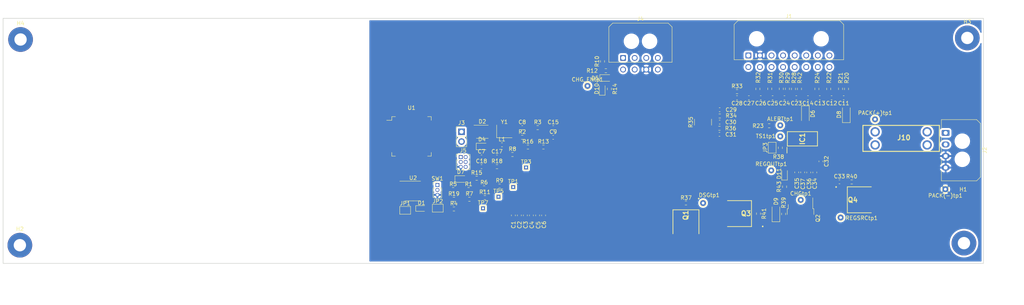
<source format=kicad_pcb>
(kicad_pcb (version 20211014) (generator pcbnew)
  (layers (0 "F.Cu" signal) (31 "B.Cu" signal) (34 "B.Paste" user) (35 "F.Paste" user) (36 "B.SilkS" user "B.Silkscreen") (37 "F.SilkS" user "F.Silkscreen") (38 "B.Mask" user) (39 "F.Mask" user) (44 "Edge.Cuts" user))
  (net 0 "")
  (net 1 "+3V3")
  (net 2 "GND")
  (net 3 "+3.3VA")
  (net 4 "Net-(C11-Pad1)")
  (net 5 "Net-(C11-Pad2)")
  (net 6 "Net-(C12-Pad2)")
  (net 7 "Net-(C13-Pad2)")
  (net 8 "/TS2 (-)")
  (net 9 "Net-(C15-Pad2)")
  (net 10 "/Microcontroller/HSE_in")
  (net 11 "Net-(C18-Pad1)")
  (net 12 "Net-(C23-Pad2)")
  (net 13 "Net-(C24-Pad1)")
  (net 14 "Net-(C24-Pad2)")
  (net 15 "Net-(C25-Pad2)")
  (net 16 "Net-(C26-Pad2)")
  (net 17 "Net-(C28-Pad2)")
  (net 18 "Net-(C29-Pad2)")
  (net 19 "Net-(C30-Pad2)")
  (net 20 "Net-(C32-Pad1)")
  (net 21 "Net-(D1-Pad1)")
  (net 22 "Net-(D2-Pad6)")
  (net 23 "Net-(D2-Pad5)")
  (net 24 "Net-(D2-Pad4)")
  (net 25 "Net-(D11-Pad1)")
  (net 26 "Net-(J3-Pad2)")
  (net 27 "Net-(J4-Pad2)")
  (net 28 "Net-(J5-Pad2)")
  (net 30 "/Microcontroller/SWCLK")
  (net 32 "Net-(CHGtp1-Pad1)")
  (net 33 "+24V")
  (net 34 "/CLK")
  (net 35 "/DATA")
  (net 36 "/Microcontroller/I2C2_SCL")
  (net 37 "/Microcontroller/I2C2_SDA")
  (net 38 "/Microcontroller/LED_B")
  (net 39 "/Microcontroller/LED_G")
  (net 40 "/Microcontroller/LED_R")
  (net 41 "/Microcontroller/HSE_out")
  (net 42 "Net-(R18-Pad1)")
  (net 43 "/Microcontroller/BOOT0")
  (net 44 "/Microcontroller/SWDIO")
  (net 45 "/CHG_EN")
  (net 46 "/Microcontroller/CAN1_TX")
  (net 47 "/Microcontroller/CAN2_TX")
  (net 48 "/Microcontroller/CAN1_RX")
  (net 49 "/Microcontroller/CAN2_RX")
  (net 50 "/Microcontroller/PC13")
  (net 51 "/Microcontroller/PC14")
  (net 52 "/Microcontroller/PC15")
  (net 54 "/Microcontroller/PC0")
  (net 55 "/Microcontroller/PC1")
  (net 56 "/Microcontroller/PC2")
  (net 57 "/Microcontroller/PC3")
  (net 58 "/Microcontroller/PA3")
  (net 59 "/Microcontroller/PA4")
  (net 60 "/Microcontroller/SPI1_SCK")
  (net 61 "/Microcontroller/SPI1_MISO")
  (net 62 "/Microcontroller/SPI1_MOSI")
  (net 63 "/Microcontroller/PC4")
  (net 64 "/Microcontroller/PC5")
  (net 65 "/Microcontroller/PB0")
  (net 66 "/Microcontroller/PB1")
  (net 67 "/Microcontroller/PB2")
  (net 68 "/Microcontroller/PB14")
  (net 69 "/Microcontroller/PB15")
  (net 70 "/Microcontroller/PC6")
  (net 71 "/Microcontroller/PC7")
  (net 72 "/ALERT_OUT")
  (net 73 "/Microcontroller/PA8")
  (net 74 "/Microcontroller/PA9")
  (net 75 "/Microcontroller/PA10")
  (net 76 "/Microcontroller/USB_D-")
  (net 77 "/Microcontroller/USB_D+")
  (net 78 "/Microcontroller/PA14")
  (net 79 "/Microcontroller/SPI3_SCK")
  (net 80 "/Microcontroller/SPI3_MISO")
  (net 81 "/Microcontroller/SPI3_MOSI")
  (net 82 "/Microcontroller/PD2")
  (net 83 "/Microcontroller/PB3")
  (net 84 "/Microcontroller/PB4")
  (net 85 "/Microcontroller/PB5")
  (net 87 "/TS1 (+)")
  (net 88 "Net-(C35-Pad1)")
  (net 89 "Net-(C36-Pad1)")
  (net 90 "/TS2 (+)")
  (net 91 "Net-(C33-Pad1)")
  (net 92 "/CAN_H")
  (net 93 "/CAN_L")
  (net 94 "Net-(Q1-Pad3)")
  (net 95 "Net-(D10-Pad1)")
  (net 96 "/Cell7(+)")
  (net 97 "/Cell6(+)")
  (net 98 "/Cell5(+)")
  (net 99 "/Cell4(+)")
  (net 100 "/Cell3(+)")
  (net 101 "/Cell2(+)")
  (net 102 "/Cell1(+)")
  (net 103 "Net-(D4-Pad1)")
  (net 104 "Net-(D7-Pad1)")
  (net 105 "Net-(D9-Pad1)")
  (net 106 "Net-(J2-Pad1)")
  (net 107 "Net-(J2-Pad2)")
  (net 109 "Net-(Q1-Pad2)")
  (net 110 "Net-(D9-Pad2)")
  (net 111 "Net-(JP3-Pad1)")
  (net 112 "Net-(DSGtp1-Pad1)")
  (footprint "Resistor_SMD:R_0603_1608Metric" (layer "F.Cu") (at 175.2134 51.6694 180)
    (fp_text reference "R12" (at 3.556 0) (layer "F.SilkS"))
    (fp_text value "270")
    (pad "1" smd roundrect locked (at -0.825 0 180) (size 0.8 0.95) (layers "F.Cu" "F.Paste" "F.Mask") (net 2 "GND"))
    (pad "2" smd roundrect locked (at 0.825 0 180) (size 0.8 0.95) (layers "F.Cu" "F.Paste" "F.Mask") (net 45 "/CHG_EN"))
  )
  (footprint "TestPoint:TestPoint_THTPad_D1.5mm_Drill0.7mm" (layer "F.Cu") (at 220.3958 65.8114)
    (fp_text reference "ALERTtp1" (at 0 -1.648) (layer "F.SilkS"))
    (fp_text value "TestPoint")
    (pad "1" thru_hole circle locked (at 0 0) (size 1.5 1.5) (drill 0.7) (layers *.Cu *.Mask) (net 72 "/ALERT_OUT"))
  )
  (footprint "Capacitor_SMD:C_0603_1608Metric" (layer "F.Cu") (at 142.9972 74.021)
    (fp_text reference "C7" (at 0 -1.43) (layer "F.SilkS"))
    (fp_text value "1u")
    (pad "1" smd roundrect locked (at -0.775 0) (size 0.9 0.95) (layers "F.Cu" "F.Paste" "F.Mask") (net 3 "+3.3VA"))
    (pad "2" smd roundrect locked (at 0.775 0) (size 0.9 0.95) (layers "F.Cu" "F.Paste" "F.Mask") (net 2 "GND"))
  )
  (footprint "Capacitor_SMD:C_0603_1608Metric" (layer "F.Cu") (at 161.5672 66.421)
    (fp_text reference "C15" (at 0 -1.43) (layer "F.SilkS"))
    (fp_text value "4.7n")
    (pad "1" smd roundrect locked (at -0.775 0) (size 0.9 0.95) (layers "F.Cu" "F.Paste" "F.Mask") (net 2 "GND"))
    (pad "2" smd roundrect locked (at 0.775 0) (size 0.9 0.95) (layers "F.Cu" "F.Paste" "F.Mask") (net 9 "Net-(C15-Pad2)"))
  )
  (footprint "Resistor_SMD:R_0603_1608Metric" (layer "F.Cu") (at 225.3742 56.388 90)
    (fp_text reference "R42" (at 2.8448 0.1016 90) (layer "F.SilkS"))
    (fp_text value "100")
    (pad "1" smd roundrect locked (at -0.825 0 90) (size 0.8 0.95) (layers "F.Cu" "F.Paste" "F.Mask") (net 8 "/TS2 (-)"))
    (pad "2" smd roundrect locked (at 0.825 0 90) (size 0.8 0.95) (layers "F.Cu" "F.Paste" "F.Mask") (net 99 "/Cell4(+)"))
  )
  (footprint "Connector_PinHeader_2.54mm:PinHeader_1x02_P2.54mm_Vertical" (layer "F.Cu") (at 137.8172 67.491)
    (fp_text reference "J3" (at 0 -2.33) (layer "F.SilkS"))
    (fp_text value "Conn_01x02")
    (pad "1" thru_hole rect locked (at 0 0) (size 1.7 1.7) (drill 1) (layers *.Cu *.Mask) (net 9 "Net-(C15-Pad2)"))
    (pad "2" thru_hole oval locked (at 0 2.54) (size 1.7 1.7) (drill 1) (layers *.Cu *.Mask) (net 26 "Net-(J3-Pad2)"))
  )
  (footprint "Connector_Molex:Molex_Micro-Fit_3.0_43045-0800_2x04_P3.00mm_Horizontal" (layer "F.Cu") (at 179.6796 48.3616)
    (fp_text reference "J4" (at 4.5 -10.12) (layer "F.SilkS"))
    (fp_text value "Conn_01x08")
    (pad "" np_thru_hole circle locked (at 6.86 -4.32) (size 3 3) (drill 3) (layers *.Cu *.Mask))
    (pad "" np_thru_hole circle locked (at 2.16 -4.32) (size 3 3) (drill 3) (layers *.Cu *.Mask))
    (pad "1" thru_hole roundrect locked (at 0 0) (size 1.5 1.5) (drill 1.02) (layers *.Cu *.Mask) (roundrect_rratio 0.166667))
    (pad "2" thru_hole circle locked (at 3 0) (size 1.5 1.5) (drill 1.02) (layers *.Cu *.Mask) (net 27 "Net-(J4-Pad2)"))
    (pad "3" thru_hole circle locked (at 6 0) (size 1.5 1.5) (drill 1.02) (layers *.Cu *.Mask) (net 92 "/CAN_H"))
    (pad "4" thru_hole circle locked (at 9 0) (size 1.5 1.5) (drill 1.02) (layers *.Cu *.Mask) (net 93 "/CAN_L"))
    (pad "5" thru_hole circle locked (at 0 3) (size 1.5 1.5) (drill 1.02) (layers *.Cu *.Mask) (net 8 "/TS2 (-)"))
    (pad "6" thru_hole circle locked (at 3 3) (size 1.5 1.5) (drill 1.02) (layers *.Cu *.Mask) (net 90 "/TS2 (+)"))
    (pad "7" thru_hole circle locked (at 6 3) (size 1.5 1.5) (drill 1.02) (layers *.Cu *.Mask) (net 2 "GND"))
    (pad "8" thru_hole circle locked (at 9 3) (size 1.5 1.5) (drill 1.02) (layers *.Cu *.Mask) (net 87 "/TS1 (+)"))
  )
  (footprint "Resistor_SMD:R_2816_7142Metric" (layer "F.Cu") (at 200.3806 64.9965 90)
    (fp_text reference "R35" (at 0 -3.18 90) (layer "F.SilkS"))
    (fp_text value "8mOhm")
    (pad "1" smd roundrect locked (at -2.5125 0 90) (size 3.025 4.45) (layers "F.Cu" "F.Paste" "F.Mask") (roundrect_rratio 0.082645) (net 109 "Net-(Q1-Pad2)"))
    (pad "2" smd roundrect locked (at 2.5125 0 90) (size 3.025 4.45) (layers "F.Cu" "F.Paste" "F.Mask") (roundrect_rratio 0.082645) (net 2 "GND"))
  )
  (footprint "TestPoint:TestPoint_THTPad_D1.5mm_Drill0.7mm" (layer "F.Cu") (at 170.4636 55.6064)
    (fp_text reference "CHG_ENtp1" (at 0 -1.648) (layer "F.SilkS"))
    (fp_text value "TestPoint")
    (pad "1" thru_hole circle locked (at 0 0) (size 1.5 1.5) (drill 0.7) (layers *.Cu *.Mask) (net 45 "/CHG_EN"))
  )
  (footprint "MountingHole:MountingHole_3.2mm_M3_Pad" (layer "F.Cu") (at 267.9954 96.3422)
    (fp_text reference "H1" (at -0.1976 -13.916) (layer "F.SilkS"))
    (fp_text value "MountingHole")
    (pad "1" thru_hole circle locked (at 0 0) (size 6.4 6.4) (drill 3.2) (layers *.Cu *.Mask))
  )
  (footprint "Jumper:SolderJumper-2_P1.3mm_Bridged2Bar_Pad1.0x1.5mm" (layer "F.Cu") (at 218.313 71.6158 90)
    (fp_text reference "JP3" (at 0 -1.8 90) (layer "F.SilkS"))
    (fp_text value " ")
    (fp_poly (pts (xy -0.25 -0.6) (xy 0.25 -0.6) (xy 0.25 -0.2) (xy -0.25 -0.2)) (layer "F.Cu") (width 0) (fill solid))
    (fp_poly (pts (xy -0.25 0.2) (xy 0.25 0.2) (xy 0.25 0.6) (xy -0.25 0.6)) (layer "F.Cu") (width 0) (fill solid))
    (pad "1" smd rect locked (at -0.65 0 90) (size 1 1.5) (layers "F.Cu" "F.Mask") (net 111 "Net-(JP3-Pad1)"))
    (pad "2" smd rect locked (at 0.65 0 90) (size 1 1.5) (layers "F.Cu" "F.Mask") (net 16 "Net-(C26-Pad2)"))
  )
  (footprint "Capacitor_SMD:C_0603_1608Metric" (layer "F.Cu") (at 209.1944 58.674 180)
    (fp_text reference "C28" (at 0 -1.43) (layer "F.SilkS"))
    (fp_text value "1uF")
    (pad "1" smd roundrect locked (at -0.775 0 180) (size 0.9 0.95) (layers "F.Cu" "F.Paste" "F.Mask") (net 2 "GND"))
    (pad "2" smd roundrect locked (at 0.775 0 180) (size 0.9 0.95) (layers "F.Cu" "F.Paste" "F.Mask") (net 17 "Net-(C28-Pad2)"))
  )
  (footprint "Resistor_SMD:R_0603_1608Metric" (layer "F.Cu") (at 204.6478 66.5734 180)
    (fp_text reference "R36" (at -2.8956 -0.0254) (layer "F.SilkS"))
    (fp_text value "100")
    (pad "1" smd roundrect locked (at -0.825 0 180) (size 0.8 0.95) (layers "F.Cu" "F.Paste" "F.Mask") (net 109 "Net-(Q1-Pad2)"))
    (pad "2" smd roundrect locked (at 0.825 0 180) (size 0.8 0.95) (layers "F.Cu" "F.Paste" "F.Mask") (net 19 "Net-(C30-Pad2)"))
  )
  (footprint "Package_TO_SOT_SMD:TO-252-2" (layer "F.Cu") (at 225.6536 89.8988 -90)
    (fp_text reference "Q2" (at 0 -4.5 90) (layer "F.SilkS"))
    (fp_text value "Q_PMOS_DGS")
    (pad "1" smd rect locked (at -4.2 -2.28 270) (size 2.2 1.2) (layers "F.Cu" "F.Paste" "F.Mask") (net 110 "Net-(D9-Pad2)"))
    (pad "2" smd rect locked (at 2.1 0 270) (size 6.4 5.8) (layers "F.Cu" "F.Mask") (net 2 "GND"))
    (pad "3" smd rect locked (at -4.2 2.28 270) (size 2.2 1.2) (layers "F.Cu" "F.Paste" "F.Mask") (net 32 "Net-(CHGtp1-Pad1)"))
  )
  (footprint "MountingHole:MountingHole_3.2mm_M3_Pad" (layer "F.Cu") (at 268.859 43.18)
    (fp_text reference "H3" (at 0 -4.2) (layer "F.SilkS"))
    (fp_text value "MountingHole")
    (pad "1" thru_hole circle locked (at 0 0) (size 6.4 6.4) (drill 3.2) (layers *.Cu *.Mask))
  )
  (footprint "Resistor_SMD:R_0603_1608Metric" (layer "F.Cu") (at 209.1944 57.0992)
    (fp_text reference "R33" (at 0 -1.43) (layer "F.SilkS"))
    (fp_text value "1k")
    (pad "1" smd roundrect locked (at -0.825 0) (size 0.8 0.95) (layers "F.Cu" "F.Paste" "F.Mask") (net 17 "Net-(C28-Pad2)"))
    (pad "2" smd roundrect locked (at 0.825 0) (size 0.8 0.95) (layers "F.Cu" "F.Paste" "F.Mask") (net 2 "GND"))
  )
  (footprint "TestPoint:TestPoint_THTPad_1.0x1.0mm_Drill0.5mm" (layer "F.Cu") (at 147.3972 84.331)
    (fp_text reference "TP5" (at 0 -1.448) (layer "F.SilkS"))
    (fp_text value " ")
    (pad "1" thru_hole rect locked (at 0 0) (size 1 1) (drill 0.5) (layers *.Cu *.Mask) (net 104 "Net-(D7-Pad1)"))
  )
  (footprint "Capacitor_SMD:C_0603_1608Metric" (layer "F.Cu") (at 224.5614 58.674 180)
    (fp_text reference "C23" (at 0 -1.43) (layer "F.SilkS"))
    (fp_text value "1uF")
    (pad "1" smd roundrect locked (at -0.775 0 180) (size 0.9 0.95) (layers "F.Cu" "F.Paste" "F.Mask") (net 8 "/TS2 (-)"))
    (pad "2" smd roundrect locked (at 0.775 0 180) (size 0.9 0.95) (layers "F.Cu" "F.Paste" "F.Mask") (net 12 "Net-(C23-Pad2)"))
  )
  (footprint "Resistor_SMD:R_0603_1608Metric_Pad0.98x0.95mm_HandSolder" (layer "F.Cu") (at 221.5134 81.7372 90)
    (fp_text reference "R43" (at 0 -1.43 90) (layer "F.SilkS"))
    (fp_text value "470R")
    (pad "1" smd roundrect locked (at -0.9125 0 90) (size 0.975 0.95) (layers "F.Cu" "F.Paste" "F.Mask") (net 2 "GND"))
    (pad "2" smd roundrect locked (at 0.9125 0 90) (size 0.975 0.95) (layers "F.Cu" "F.Paste" "F.Mask") (net 25 "Net-(D11-Pad1)"))
  )
  (footprint "LED_SMD:LED_ROHM_SMLVN6" (layer "F.Cu") (at 143.2172 67.491)
    (fp_text reference "D2" (at 0 -2.65) (layer "F.SilkS"))
    (fp_text value "SMLVN6RGB")
    (pad "1" smd roundrect locked (at -1.525 -1.05) (size 1.45 0.8) (layers "F.Cu" "F.Paste" "F.Mask") (roundrect_rratio 0.2) (net 1 "+3V3"))
    (pad "2" smd roundrect locked (at -1.525 0) (size 1.45 0.6) (layers "F.Cu" "F.Paste" "F.Mask") (roundrect_rratio 0.2) (net 1 "+3V3"))
    (pad "3" smd roundrect locked (at -1.525 1.05) (size 1.45 0.8) (layers "F.Cu" "F.Paste" "F.Mask") (roundrect_rratio 0.2) (net 1 "+3V3"))
    (pad "4" smd roundrect locked (at 1.525 1.05) (size 1.45 0.8) (layers "F.Cu" "F.Paste" "F.Mask") (roundrect_rratio 0.2) (net 24 "Net-(D2-Pad4)"))
    (pad "5" smd roundrect locked (at 1.525 0) (size 1.45 0.6) (layers "F.Cu" "F.Paste" "F.Mask") (roundrect_rratio 0.2) (net 23 "Net-(D2-Pad5)"))
    (pad "6" smd roundrect locked (at 1.525 -1.05) (size 1.45 0.8) (layers "F.Cu" "F.Paste" "F.Mask") (roundrect_rratio 0.2) (net 22 "Net-(D2-Pad6)"))
  )
  (footprint "Resistor_SMD:R_0603_1608Metric" (layer "F.Cu") (at 221.2594 88.7812 -90)
    (fp_text reference "R39" (at -2.921 -0.0254 90) (layer "F.SilkS"))
    (fp_text value "1M")
    (pad "1" smd roundrect locked (at -0.825 0 270) (size 0.8 0.95) (layers "F.Cu" "F.Paste" "F.Mask") (net 110 "Net-(D9-Pad2)"))
    (pad "2" smd roundrect locked (at 0.825 0 270) (size 0.8 0.95) (layers "F.Cu" "F.Paste" "F.Mask") (net 105 "Net-(D9-Pad1)"))
  )
  (footprint "TestPoint:TestPoint_THTPad_D1.5mm_Drill0.7mm" (layer "F.Cu") (at 263.1694 82.3722 180)
    (fp_text reference "PACK(-)tp1" (at 0 -1.648) (layer "F.SilkS"))
    (fp_text value "TestPoint")
    (pad "1" thru_hole circle locked (at 0 0 180) (size 1.5 1.5) (drill 0.7) (layers *.Cu *.Mask) (net 2 "GND"))
  )
  (footprint "LED_SMD:LED_0603_1608Metric_Pad1.05x0.95mm_HandSolder" (layer "F.Cu") (at 174.2736 56.343 90)
    (fp_text reference "D10" (at 0 -1.43 90) (layer "F.SilkS"))
    (fp_text value "RED")
    (pad "1" smd roundrect locked (at -0.875 0 90) (size 1.05 0.95) (layers "F.Cu" "F.Paste" "F.Mask") (net 95 "Net-(D10-Pad1)"))
    (pad "2" smd roundrect locked (at 0.875 0 90) (size 1.05 0.95) (layers "F.Cu" "F.Paste" "F.Mask") (net 45 "/CHG_EN"))
  )
  (footprint "Capacitor_SMD:C_0603_1608Metric" (layer "F.Cu") (at 212.2678 58.674 180)
    (fp_text reference "C27" (at 0 -1.43) (layer "F.SilkS"))
    (fp_text value "1uF")
    (pad "1" smd roundrect locked (at -0.775 0 180) (size 0.9 0.95) (layers "F.Cu" "F.Paste" "F.Mask") (net 16 "Net-(C26-Pad2)"))
    (pad "2" smd roundrect locked (at 0.775 0 180) (size 0.9 0.95) (layers "F.Cu" "F.Paste" "F.Mask") (net 2 "GND"))
  )
  (footprint "Resistor_SMD:R_0603_1608Metric" (layer "F.Cu") (at 229.8954 56.388 -90)
    (fp_text reference "R24" (at -2.8702 -0.1016 90) (layer "F.SilkS"))
    (fp_text value "1k")
    (pad "1" smd roundrect locked (at -0.825 0 270) (size 0.8 0.95) (layers "F.Cu" "F.Paste" "F.Mask") (net 98 "/Cell5(+)"))
    (pad "2" smd roundrect locked (at 0.825 0 270) (size 0.8 0.95) (layers "F.Cu" "F.Paste" "F.Mask") (net 7 "Net-(C13-Pad2)"))
  )
  (footprint "Resistor_SMD:R_0603_1608Metric" (layer "F.Cu") (at 157.5572 66.421)
    (fp_text reference "R3" (at 0 -1.43) (layer "F.SilkS"))
    (fp_text value "2k2")
    (pad "1" smd roundrect locked (at -0.825 0) (size 0.8 0.95) (layers "F.Cu" "F.Paste" "F.Mask") (net 1 "+3V3"))
    (pad "2" smd roundrect locked (at 0.825 0) (size 0.8 0.95) (layers "F.Cu" "F.Paste" "F.Mask") (net 36 "/Microcontroller/I2C2_SCL"))
  )
  (footprint "Resistor_SMD:R_0603_1608Metric" (layer "F.Cu") (at 220.6752 56.3626 -90)
    (fp_text reference "R30" (at -2.8702 -0.0508 90) (layer "F.SilkS"))
    (fp_text value "1k")
    (pad "1" smd roundrect locked (at -0.825 0 270) (size 0.8 0.95) (layers "F.Cu" "F.Paste" "F.Mask") (net 100 "/Cell3(+)"))
    (pad "2" smd roundrect locked (at 0.825 0 270) (size 0.8 0.95) (layers "F.Cu" "F.Paste" "F.Mask") (net 14 "Net-(C24-Pad2)"))
  )
  (footprint "TestPoint:TestPoint_THTPad_D1.5mm_Drill0.7mm" (layer "F.Cu") (at 244.9576 64.262)
    (fp_text reference "PACK(+)tp1" (at 0 -1.648) (layer "F.SilkS"))
    (fp_text value "TestPoint")
    (pad "1" thru_hole circle locked (at 0 0) (size 1.5 1.5) (drill 0.7) (layers *.Cu *.Mask) (net 33 "+24V"))
  )
  (footprint "Resistor_SMD:R_0603_1608Metric" (layer "F.Cu") (at 214.6046 56.388 -90)
    (fp_text reference "R32" (at -2.9464 -0.0762 90) (layer "F.SilkS"))
    (fp_text value "1k")
    (pad "1" smd roundrect locked (at -0.825 0 270) (size 0.8 0.95) (layers "F.Cu" "F.Paste" "F.Mask") (net 102 "/Cell1(+)"))
    (pad "2" smd roundrect locked (at 0.825 0 270) (size 0.8 0.95) (layers "F.Cu" "F.Paste" "F.Mask") (net 16 "Net-(C26-Pad2)"))
  )
  (footprint "SamacSys_Parts:SOP50P640X120-30N" (layer "F.Cu") (at 226.1362 69.3166 90)
    (fp_text reference "IC1" (at 0 0 90) (layer "F.SilkS") (effects (font (size 1.27 1.27) (thickness 0.254))))
    (fp_text value "BQ7693007DBTR" hide)
    (pad "1" smd rect locked (at -2.938 -3.5 180) (size 0.3 1.475) (layers "F.Cu" "F.Paste" "F.Mask") (net 112 "Net-(DSGtp1-Pad1)"))
    (pad "2" smd rect locked (at -2.938 -3 180) (size 0.3 1.475) (layers "F.Cu" "F.Paste" "F.Mask") (net 32 "Net-(CHGtp1-Pad1)"))
    (pad "3" smd rect locked (at -2.938 -2.5 180) (size 0.3 1.475) (layers "F.Cu" "F.Paste" "F.Mask") (net 2 "GND"))
    (pad "4" smd rect locked (at -2.938 -2 180) (size 0.3 1.475) (layers "F.Cu" "F.Paste" "F.Mask") (net 35 "/DATA"))
    (pad "5" smd rect locked (at -2.938 -1.5 180) (size 0.3 1.475) (layers "F.Cu" "F.Paste" "F.Mask") (net 34 "/CLK"))
    (pad "6" smd rect locked (at -2.938 -1 180) (size 0.3 1.475) (layers "F.Cu" "F.Paste" "F.Mask") (net 87 "/TS1 (+)"))
    (pad "7" smd rect locked (at -2.938 -0.5 180) (size 0.3 1.475) (layers "F.Cu" "F.Paste" "F.Mask") (net 88 "Net-(C35-Pad1)"))
    (pad "8" smd rect locked (at -2.938 0 180) (size 0.3 1.475) (layers "F.Cu" "F.Paste" "F.Mask") (net 1 "+3V3"))
    (pad "9" smd rect locked (at -2.938 0.5 180) (size 0.3 1.475) (layers "F.Cu" "F.Paste" "F.Mask") (net 89 "Net-(C36-Pad1)"))
    (pad "10" smd rect locked (at -2.938 1 180) (size 0.3 1.475) (layers "F.Cu" "F.Paste" "F.Mask") (net 8 "/TS2 (-)"))
    (pad "11" smd rect locked (at -2.938 1.5 180) (size 0.3 1.475) (layers "F.Cu" "F.Paste" "F.Mask") (net 20 "Net-(C32-Pad1)"))
    (pad "12" smd rect locked (at -2.938 2 180) (size 0.3 1.475) (layers "F.Cu" "F.Paste" "F.Mask") (net 20 "Net-(C32-Pad1)"))
    (pad "13" smd rect locked (at -2.938 2.5 180) (size 0.3 1.475) (layers "F.Cu" "F.Paste" "F.Mask") (net 90 "/TS2 (+)"))
    (pad "14" smd rect locked (at -2.938 3 180) (size 0.3 1.475) (layers "F.Cu" "F.Paste" "F.Mask") (net 20 "Net-(C32-Pad1)"))
    (pad "15" smd rect locked (at -2.938 3.5 180) (size 0.3 1.475) (layers "F.Cu" "F.Paste" "F.Mask") (net 91 "Net-(C33-Pad1)"))
    (pad "16" smd rect locked (at 2.938 3.5 180) (size 0.3 1.475) (layers "F.Cu" "F.Paste" "F.Mask") (net 4 "Net-(C11-Pad1)"))
    (pad "17" smd rect locked (at 2.938 3 180) (size 0.3 1.475) (layers "F.Cu" "F.Paste" "F.Mask") (net 5 "Net-(C11-Pad2)"))
    (pad "18" smd rect locked (at 2.938 2.5 180) (size 0.3 1.475) (layers "F.Cu" "F.Paste" "F.Mask") (net 5 "Net-(C11-Pad2)"))
    (pad "19" smd rect locked (at 2.938 2 180) (size 0.3 1.475) (layers "F.Cu" "F.Paste" "F.Mask") (net 6 "Net-(C12-Pad2)"))
    (pad "20" smd rect locked (at 2.938 1.5 180) (size 0.3 1.475) (layers "F.Cu" "F.Paste" "F.Mask") (net 7 "Net-(C13-Pad2)"))
    (pad "21" smd rect locked (at 2.938 1 180) (size 0.3 1.475) (layers "F.Cu" "F.Paste" "F.Mask") (net 12 "Net-(C23-Pad2)"))
    (pad "22" smd rect locked (at 2.938 0.5 180) (size 0.3 1.475) (layers "F.Cu" "F.Paste" "F.Mask") (net 13 "Net-(C24-Pad1)"))
    (pad "23" smd rect locked (at 2.938 0 180) (size 0.3 1.475) (layers "F.Cu" "F.Paste" "F.Mask") (net 14 "Net-(C24-Pad2)"))
    (pad "24" smd rect locked (at 2.938 -0.5 180) (size 0.3 1.475) (layers "F.Cu" "F.Paste" "F.Mask") (net 15 "Net-(C25-Pad2)"))
    (pad "25" smd rect locked (at 2.938 -1 180) (size 0.3 1.475) (layers "F.Cu" "F.Paste" "F.Mask") (net 15 "Net-(C25-Pad2)"))
    (pad "26" smd rect locked (at 2.938 -1.5 180) (size 0.3 1.475) (layers "F.Cu" "F.Paste" "F.Mask") (net 16 "Net-(C26-Pad2)"))
    (pad "27" smd rect locked (at 2.938 -2 180) (size 0.3 1.475) (layers "F.Cu" "F.Paste" "F.Mask") (net 17 "Net-(C28-Pad2)"))
    (pad "28" smd rect locked (at 2.938 -2.5 180) (size 0.3 1.475) (layers "F.Cu" "F.Paste" "F.Mask") (net 18 "Net-(C29-Pad2)"))
    (pad "29" smd rect locked (at 2.938 -3 180) (size 0.3 1.475) (layers "F.Cu" "F.Paste" "F.Mask") (net 19 "Net-(C30-Pad2)"))
    (pad "30" smd rect locked (at 2.938 -3.5 180) (size 0.3 1.475) (layers "F.Cu" "F.Paste" "F.Mask") (net 72 "/ALERT_OUT"))
  )
  (footprint "Diode_SMD:D_SOD-123F" (layer "F.Cu") (at 219.2782 88.6034 90)
    (fp_text reference "D9" (at 3.0734 0.0254 90) (layer "F.SilkS"))
    (fp_text value "1A")
    (pad "1" smd rect locked (at -1.4 0 90) (size 1.1 1.1) (layers "F.Cu" "F.Paste" "F.Mask") (net 105 "Net-(D9-Pad1)"))
    (pad "2" smd rect locked (at 1.4 0 90) (size 1.1 1.1) (layers "F.Cu" "F.Paste" "F.Mask") (net 110 "Net-(D9-Pad2)"))
  )
  (footprint "Resistor_SMD:R_0603_1608Metric" (layer "F.Cu") (at 220.4212 71.6412 -90)
    (fp_text reference "R38" (at 2.3368 0.4826 180) (layer "F.SilkS"))
    (fp_text value "10k")
    (pad "1" smd roundrect locked (at -0.825 0 270) (size 0.8 0.95) (layers "F.Cu" "F.Paste" "F.Mask") (net 87 "/TS1 (+)"))
    (pad "2" smd roundrect locked (at 0.825 0 270) (size 0.8 0.95) (layers "F.Cu" "F.Paste" "F.Mask") (net 111 "Net-(JP3-Pad1)"))
  )
  (footprint "Capacitor_SMD:C_0603_1608Metric" (layer "F.Cu") (at 151.257 89.154 -90)
    (fp_text reference "C1" (at 2.4384 -0.0254 90) (layer "F.SilkS"))
    (fp_text value "4u7")
    (pad "1" smd roundrect locked (at -0.775 0 270) (size 0.9 0.95) (layers "F.Cu" "F.Paste" "F.Mask") (net 1 "+3V3"))
    (pad "2" smd roundrect locked (at 0.775 0 270) (size 0.9 0.95) (layers "F.Cu" "F.Paste" "F.Mask") (net 2 "GND"))
  )
  (footprint "Capacitor_SMD:C_0603_1608Metric" (layer "F.Cu") (at 215.3412 58.674 180)
    (fp_text reference "C26" (at 0 -1.43) (layer "F.SilkS"))
    (fp_text value "1uF")
    (pad "1" smd roundrect locked (at -0.775 0 180) (size 0.9 0.95) (layers "F.Cu" "F.Paste" "F.Mask") (net 15 "Net-(C25-Pad2)"))
    (pad "2" smd roundrect locked (at 0.775 0 180) (size 0.9 0.95) (layers "F.Cu" "F.Paste" "F.Mask") (net 16 "Net-(C26-Pad2)"))
  )
  (footprint "Capacitor_SMD:C_0603_1608Metric" (layer "F.Cu") (at 218.4146 58.674 180)
    (fp_text reference "C25" (at 0 -1.43) (layer "F.SilkS"))
    (fp_text value "1uF")
    (pad "1" smd roundrect locked (at -0.775 0 180) (size 0.9 0.95) (layers "F.Cu" "F.Paste" "F.Mask") (net 14 "Net-(C24-Pad2)"))
    (pad "2" smd roundrect locked (at 0.775 0 180) (size 0.9 0.95) (layers "F.Cu" "F.Paste" "F.Mask") (net 15 "Net-(C25-Pad2)"))
  )
  (footprint "SamacSys_Parts:PG-TO-252" (layer "F.Cu") (at 195.95323 93.91907 90)
    (fp_text reference "Q1" (at 4.803 -0.035 90) (layer "F.SilkS") (effects (font (size 1.27 1.27) (thickness 0.254))))
    (fp_text value "Q_NMOS_GSD" hide)
    (pad "1" smd rect locked (at 8 2.28 180) (size 1.2 2.2) (layers "F.Cu" "F.Paste" "F.Mask") (net 112 "Net-(DSGtp1-Pad1)"))
    (pad "2" smd rect locked (at 8 -2.28 180) (size 1.2 2.2) (layers "F.Cu" "F.Paste" "F.Mask") (net 109 "Net-(Q1-Pad2)"))
    (pad "3" smd rect locked (at 1.7 0 180) (size 5.8 6.4) (layers "F.Cu" "F.Paste" "F.Mask") (net 94 "Net-(Q1-Pad3)"))
  )
  (footprint "Jumper:SolderJumper-2_P1.3mm_Bridged2Bar_Pad1.0x1.5mm" (layer "F.Cu") (at 131.6672 87.291)
    (fp_text reference "JP2" (at 0 -1.8) (layer "F.SilkS"))
    (fp_text value " ")
    (fp_poly (pts (xy -0.25 0.2) (xy 0.25 0.2) (xy 0.25 0.6) (xy -0.25 0.6)) (layer "F.Cu") (width 0) (fill solid))
    (fp_poly (pts (xy -0.25 -0.6) (xy 0.25 -0.6) (xy 0.25 -0.2) (xy -0.25 -0.2)) (layer "F.Cu") (width 0) (fill solid))
    (pad "1" smd rect locked (at -0.65 0) (size 1 1.5) (layers "F.Cu" "F.Mask") (net 103 "Net-(D4-Pad1)"))
    (pad "2" smd rect locked (at 0.65 0) (size 1 1.5) (layers "F.Cu" "F.Mask") (net 93 "/CAN_L"))
  )
  (footprint "Capacitor_SMD:C_0603_1608Metric" (layer "F.Cu") (at 227.584 58.674 180)
    (fp_text reference "C14" (at 0 -1.43) (layer "F.SilkS"))
    (fp_text value "1uF")
    (pad "1" smd roundrect locked (at -0.775 0 180) (size 0.9 0.95) (layers "F.Cu" "F.Paste" "F.Mask") (net 7 "Net-(C13-Pad2)"))
    (pad "2" smd roundrect locked (at 0.775 0 180) (size 0.9 0.95) (layers "F.Cu" "F.Paste" "F.Mask") (net 8 "/TS2 (-)"))
  )
  (footprint "Resistor_SMD:R_0603_1608Metric" (layer "F.Cu") (at 236.0168 56.3626 -90)
    (fp_text reference "R21" (at -2.8194 -0.0254 90) (layer "F.SilkS"))
    (fp_text value "1k")
    (pad "1" smd roundrect locked (at -0.825 0 270) (size 0.8 0.95) (layers "F.Cu" "F.Paste" "F.Mask") (net 96 "/Cell7(+)"))
    (pad "2" smd roundrect locked (at 0.825 0 270) (size 0.8 0.95) (layers "F.Cu" "F.Paste" "F.Mask") (net 5 "Net-(C11-Pad2)"))
  )
  (footprint "TestPoint:TestPoint_THTPad_1.0x1.0mm_Drill0.5mm" (layer "F.Cu") (at 143.3872 87.321)
    (fp_text reference "TP7" (at 0 -1.448) (layer "F.SilkS"))
    (fp_text value " ")
    (pad "1" thru_hole rect locked (at 0 0) (size 1 1) (drill 0.5) (layers *.Cu *.Mask) (net 103 "Net-(D4-Pad1)"))
  )
  (footprint "Resistor_SMD:R_0603_1608Metric_Pad0.98x0.95mm_HandSolder" (layer "F.Cu") (at 176.1278 56.3938 -90)
    (fp_text reference "R14" (at 0 -1.43 90) (layer "F.SilkS"))
    (fp_text value "470R")
    (pad "1" smd roundrect locked (at -0.9125 0 270) (size 0.975 0.95) (layers "F.Cu" "F.Paste" "F.Mask") (net 2 "GND"))
    (pad "2" smd roundrect locked (at 0.9125 0 270) (size 0.975 0.95) (layers "F.Cu" "F.Paste" "F.Mask") (net 95 "Net-(D10-Pad1)"))
  )
  (footprint "Capacitor_SMD:C_0603_1608Metric" (layer "F.Cu") (at 235.7374 80.4672)
    (fp_text reference "C33" (at 0 -1.43) (layer "F.SilkS"))
    (fp_text value "10uF")
    (pad "1" smd roundrect locked (at -0.775 0) (size 0.9 0.95) (layers "F.Cu" "F.Paste" "F.Mask") (net 91 "Net-(C33-Pad1)"))
    (pad "2" smd roundrect locked (at 0.775 0) (size 0.9 0.95) (layers "F.Cu" "F.Paste" "F.Mask") (net 8 "/TS2 (-)"))
  )
  (footprint "MountingHole:MountingHole_3.2mm_M3_Pad" (layer "F.Cu") (at 23.5712 43.5864)
    (fp_text reference "H4" (at 0 -4.2) (layer "F.SilkS"))
    (fp_text value "MountingHole")
    (pad "1" thru_hole circle locked (at 0 0) (size 6.4 6.4) (drill 3.2) (layers *.Cu *.Mask))
  )
  (footprint "Capacitor_SMD:C_0603_1608Metric" (layer "F.Cu") (at 204.6478 68.1482)
    (fp_text reference "C31" (at 2.9718 0.0508) (layer "F.SilkS"))
    (fp_text value "0.1uF")
    (pad "1" smd roundrect locked (at -0.775 0) (size 0.9 0.95) (layers "F.Cu" "F.Paste" "F.Mask") (net 19 "Net-(C30-Pad2)"))
    (pad "2" smd roundrect locked (at 0.775 0) (size 0.9 0.95) (layers "F.Cu" "F.Paste" "F.Mask") (net 2 "GND"))
  )
  (footprint "Connector_Molex:Molex_Micro-Fit_3.0_43650-0400_1x04_P3.00mm_Horizontal" (layer "F.Cu") (at 263.2436 67.7752 -90)
    (fp_text reference "J2" (at 4.5 -10.12 90) (layer "F.SilkS"))
    (fp_text value "Conn_01x04")
    (pad "" np_thru_hole circle locked (at 6.85 -4.32 270) (size 3 3) (drill 3) (layers *.Cu *.Mask))
    (pad "" np_thru_hole circle locked (at 2.15 -4.32 270) (size 3 3) (drill 3) (layers *.Cu *.Mask))
    (pad "1" thru_hole roundrect locked (at 0 0 270) (size 1.5 2.02) (drill 1.02) (layers *.Cu *.Mask) (roundrect_rratio 0.166667) (net 106 "Net-(J2-Pad1)"))
    (pad "2" thru_hole oval locked (at 3 0 270) (size 1.5 2.02) (drill 1.02) (layers *.Cu *.Mask) (net 107 "Net-(J2-Pad2)"))
    (pad "3" thru_hole oval locked (at 6 0 270) (size 1.5 2.02) (drill 1.02) (layers *.Cu *.Mask) (net 2 "GND"))
    (pad "4" thru_hole oval locked (at 9 0 270) (size 1.5 2.02) (drill 1.02) (layers *.Cu *.Mask) (net 2 "GND"))
  )
  (footprint "Resistor_SMD:R_0603_1608Metric" (layer "F.Cu") (at 135.6472 82.471)
    (fp_text reference "R5" (at 0 -1.43) (layer "F.SilkS"))
    (fp_text value "100")
    (pad "1" smd roundrect locked (at -0.825 0) (size 0.8 0.95) (layers "F.Cu" "F.Paste" "F.Mask") (net 21 "Net-(D1-Pad1)"))
    (pad "2" smd roundrect locked (at 0.825 0) (size 0.8 0.95) (layers "F.Cu" "F.Paste" "F.Mask") (net 2 "GND"))
  )
  (footprint "Resistor_SMD:R_0603_1608Metric" (layer "F.Cu") (at 135.8472 84.981)
    (fp_text reference "R19" (at 0 -1.43) (layer "F.SilkS"))
    (fp_text value "22")
    (pad "1" smd roundrect locked (at -0.825 0) (size 0.8 0.95) (layers "F.Cu" "F.Paste" "F.Mask") (net 28 "Net-(J5-Pad2)"))
    (pad "2" smd roundrect locked (at 0.825 0) (size 0.8 0.95) (layers "F.Cu" "F.Paste" "F.Mask") (net 44 "/Microcontroller/SWDIO"))
  )
  (footprint "SamacSys_Parts:PG-TO-252" (layer "F.Cu") (at 206.72353 88.69723)
    (fp_text reference "Q3" (at 4.803 -0.035) (layer "F.SilkS") (effects (font (size 1.27 1.27) (thickness 0.254))))
    (fp_text value "Q_NMOS_GSD" hide)
    (pad "1" smd rect locked (at 8 2.28 90) (size 1.2 2.2) (layers "F.Cu" "F.Paste" "F.Mask") (net 105 "Net-(D9-Pad1)"))
    (pad "2" smd rect locked (at 8 -2.28 90) (size 1.2 2.2) (layers "F.Cu" "F.Paste" "F.Mask") (net 2 "GND"))
    (pad "3" smd rect locked (at 1.7 0 90) (size 5.8 6.4) (layers "F.Cu" "F.Paste" "F.Mask") (net 94 "Net-(Q1-Pad3)"))
  )
  (footprint "Package_QFP:LQFP-64_10x10mm_P0.5mm" (layer "F.Cu") (at 124.8664 68.6816)
    (fp_text reference "U1" (at 0 -7.4) (layer "F.SilkS"))
    (fp_text value "STM32F105RCTx")
    (pad "1" smd roundrect locked (at -5.675 -3.75) (size 1.55 0.3) (layers "F.Cu" "F.Paste" "F.Mask") (net 1 "+3V3"))
    (pad "2" smd roundrect locked (at -5.675 -3.25) (size 1.55 0.3) (layers "F.Cu" "F.Paste" "F.Mask") (net 50 "/Microcontroller/PC13"))
    (pad "3" smd roundrect locked (at -5.675 -2.75) (size 1.55 0.3) (layers "F.Cu" "F.Paste" "F.Mask") (net 51 "/Microcontroller/PC14"))
    (pad "4" smd roundrect locked (at -5.675 -2.25) (size 1.55 0.3) (layers "F.Cu" "F.Paste" "F.Mask") (net 52 "/Microcontroller/PC15"))
    (pad "5" smd roundrect locked (at -5.675 -1.75) (size 1.55 0.3) (layers "F.Cu" "F.Paste" "F.Mask") (net 10 "/Microcontroller/HSE_in"))
    (pad "6" smd roundrect locked (at -5.675 -1.25) (size 1.55 0.3) (layers "F.Cu" "F.Paste" "F.Mask") (net 41 "/Microcontroller/HSE_out"))
    (pad "7" smd roundrect locked (at -5.675 -0.75) (size 1.55 0.3) (layers "F.Cu" "F.Paste" "F.Mask"))
    (pad "8" smd roundrect locked (at -5.675 -0.25) (size 1.55 0.3) (layers "F.Cu" "F.Paste" "F.Mask") (net 54 "/Microcontroller/PC0"))
    (pad "9" smd roundrect locked (at -5.675 0.25) (size 1.55 0.3) (layers "F.Cu" "F.Paste" "F.Mask") (net 55 "/Microcontroller/PC1"))
    (pad "10" smd roundrect locked (at -5.675 0.75) (size 1.55 0.3) (layers "F.Cu" "F.Paste" "F.Mask") (net 56 "/Microcontroller/PC2"))
    (pad "11" smd roundrect locked (at -5.675 1.25) (size 1.55 0.3) (layers "F.Cu" "F.Paste" "F.Mask") (net 57 "/Microcontroller/PC3"))
    (pad "12" smd roundrect locked (at -5.675 1.75) (size 1.55 0.3) (layers "F.Cu" "F.Paste" "F.Mask") (net 2 "GND"))
    (pad "13" smd roundrect locked (at -5.675 2.25) (size 1.55 0.3) (layers "F.Cu" "F.Paste" "F.Mask") (net 3 "+3.3VA"))
    (pad "14" smd roundrect locked (at -5.675 2.75) (size 1.55 0.3) (layers "F.Cu" "F.Paste" "F.Mask") (net 40 "/Microcontroller/LED_R"))
    (pad "15" smd roundrect locked (at -5.675 3.25) (size 1.55 0.3) (layers "F.Cu" "F.Paste" "F.Mask") (net 39 "/Microcontroller/LED_G"))
    (pad "16" smd roundrect locked (at -5.675 3.75) (size 1.55 0.3) (layers "F.Cu" "F.Paste" "F.Mask") (net 38 "/Microcontroller/LED_B"))
    (pad "17" smd roundrect locked (at -3.75 5.675) (size 0.3 1.55) (layers "F.Cu" "F.Paste" "F.Mask") (net 58 "/Microcontroller/PA3"))
    (pad "18" smd roundrect locked (at -3.25 5.675) (size 0.3 1.55) (layers "F.Cu" "F.Paste" "F.Mask") (net 2 "GND"))
    (pad "19" smd roundrect locked (at -2.75 5.675) (size 0.3 1.55) (layers "F.Cu" "F.Paste" "F.Mask") (net 1 "+3V3"))
    (pad "20" smd roundrect locked (at -2.25 5.675) (size 0.3 1.55) (layers "F.Cu" "F.Paste" "F.Mask") (net 59 "/Microcontroller/PA4"))
    (pad "21" smd roundrect locked (at -1.75 5.675) (size 0.3 1.55) (layers "F.Cu" "F.Paste" "F.Mask") (net 60 "/Microcontroller/SPI1_SCK"))
    (pad "22" smd roundrect locked (at -1.25 5.675) (size 0.3 1.55) (layers "F.Cu" "F.Paste" "F.Mask") (net 61 "/Microcontroller/SPI1_MISO"))
    (pad "23" smd roundrect locked (at -0.75 5.675) (size 0.3 1.55) (layers "F.Cu" "F.Paste" "F.Mask") (net 62 "/Microcontroller/SPI1_MOSI"))
    (pad "24" smd roundrect locked (at -0.25 5.675) (size 0.3 1.55) (layers "F.Cu" "F.Paste" "F.Mask") (net 63 "/Microcontroller/PC4"))
    (pad "25" smd roundrect locked (at 0.25 5.675) (size 0.3 1.55) (layers "F.Cu" "F.Paste" "F.Mask") (net 64 "/Microcontroller/PC5"))
    (pad "26" smd roundrect locked (at 0.75 5.675) (size 0.3 1.55) (layers "F.Cu" "F.Paste" "F.Mask") (net 65 "/Microcontroller/PB0"))
    (pad "27" smd roundrect locked (at 1.25 5.675) (size 0.3 1.55) (layers "F.Cu" "F.Paste" "F.Mask") (net 66 "/Microcontroller/PB1"))
    (pad "28" smd roundrect locked (at 1.75 5.675) (size 0.3 1.55) (layers "F.Cu" "F.Paste" "F.Mask") (net 67 "/Microcontroller/PB2"))
    (pad "29" smd roundrect locked (at 2.25 5.675) (size 0.3 1.55) (layers "F.Cu" "F.Paste" "F.Mask") (net 36 "/Microcontroller/I2C2_SCL"))
    (pad "30" smd roundrect locked (at 2.75 5.675) (size 0.3 1.55) (layers "F.Cu" "F.Paste" "F.Mask") (net 37 "/Microcontroller/I2C2_SDA"))
    (pad "31" smd roundrect locked (at 3.25 5.675) (size 0.3 1.55) (layers "F.Cu" "F.Paste" "F.Mask") (net 2 "GND"))
    (pad "32" smd roundrect locked (at 3.75 5.675) (size 0.3 1.55) (layers "F.Cu" "F.Paste" "F.Mask") (net 1 "+3V3"))
    (pad "33" smd roundrect locked (at 5.675 3.75) (size 1.55 0.3) (layers "F.Cu" "F.Paste" "F.Mask") (net 49 "/Microcontroller/CAN2_RX"))
    (pad "34" smd roundrect locked (at 5.675 3.25) (size 1.55 0.3) (layers "F.Cu" "F.Paste" "F.Mask") (net 47 "/Microcontroller/CAN2_TX"))
    (pad "35" smd roundrect locked (at 5.675 2.75) (size 1.55 0.3) (layers "F.Cu" "F.Paste" "F.Mask") (net 68 "/Microcontroller/PB14"))
    (pad "36" smd roundrect locked (at 5.675 2.25) (size 1.55 0.3) (layers "F.Cu" "F.Paste" "F.Mask") (net 69 "/Microcontroller/PB15"))
    (pad "37" smd roundrect locked (at 5.675 1.75) (size 1.55 0.3) (layers "F.Cu" "F.Paste" "F.Mask") (net 70 "/Microcontroller/PC6"))
    (pad "38" smd roundrect locked (at 5.675 1.25) (size 1.55 0.3) (layers "F.Cu" "F.Paste" "F.Mask") (net 71 "/Microcontroller/PC7"))
    (pad "39" smd roundrect locked (at 5.675 0.75) (size 1.55 0.3) (layers "F.Cu" "F.Paste" "F.Mask") (net 72 "/ALERT_OUT"))
    (pad "40" smd roundrect locked (at 5.675 0.25) (size 1.55 0.3) (layers "F.Cu" "F.Paste" "F.Mask") (net 45 "/CHG_EN"))
    (pad "41" smd roundrect locked (at 5.675 -0.25) (size 1.55 0.3) (layers "F.Cu" "F.Paste" "F.Mask") (net 73 "/Microcontroller/PA8"))
    (pad "42" smd roundrect locked (at 5.675 -0.75) (size 1.55 0.3) (layers "F.Cu" "F.Paste" "F.Mask") (net 74 "/Microcontroller/PA9"))
    (pad "43" smd roundrect locked (at 5.675 -1.25) (size 1.55 0.3) (layers "F.Cu" "F.Paste" "F.Mask") (net 75 "/Microcontroller/PA10"))
    (pad "44" smd roundrect locked (at 5.675 -1.75) (size 1.55 0.3) (layers "F.Cu" "F.Paste" "F.Mask") (net 76 "/Microcontroller/USB_D-"))
    (pad "45" smd roundrect locked (at 5.675 -2.25) (size 1.55 0.3) (layers "F.Cu" "F.Paste" "F.Mask") (net 77 "/Microcontroller/USB_D+"))
    (pad "46" smd roundrect locked (at 5.675 -2.75) (size 1.55 0.3) (layers "F.Cu" "F.Paste" "F.Mask") (net 44 "/Microcontroller/SWDIO"))
    (pad "47" smd roundrect locked (at 5.675 -3.25) (size 1.55 0.3) (layers "F.Cu" "F.Paste" "F.Mask") (net 2 "GND"))
    (pad "48" smd roundrect locked (at 5.675 -3.75) (size 1.55 0.3) (layers "F.Cu" "F.Paste" "F.Mask") (net 1 "+3V3"))
    (pad "49" smd roundrect locked (at 3.75 -5.675) (size 0.3 1.55) (layers "F.Cu" "F.Paste" "F.Mask") (net 30 "/Microcontroller/SWCLK"))
    (pad "50" smd roundrect locked (at 3.25 -5.675) (size 0.3 1.55) (layers "F.Cu" "F.Paste" "F.Mask") (net 78 "/Microcontroller/PA14"))
    (pad "51" smd roundrect locked (at 2.75 -5.675) (size 0.3 1.55) (layers "F.Cu" "F.Paste" "F.Mask") (net 79 "/Microcontroller/SPI3_SCK"))
    (pad "52" smd roundrect locked (at 2.25 -5.675) (size 0.3 1.55) (layers "F.Cu" "F.Paste" "F.Mask") (net 80 "/Microcontroller/SPI3_MISO"))
    (pad "53" smd roundrect locked (at 1.75 -5.675) (size 0.3 1.55) (layers "F.Cu" "F.Paste" "F.Mask") (net 81 "/Microcontroller/SPI3_MOSI"))
    (pad "54" smd roundrect locked (at 1.25 -5.675) (size 0.3 1.55) (layers "F.Cu" "F.Paste" "F.Mask") (net 82 "/Microcontroller/PD2"))
    (pad "55" smd roundrect locked (at 0.75 -5.675) (size 0.3 1.55) (layers "F.Cu" "F.Paste" "F.Mask") (net 83 "/Microcontroller/PB3"))
    (pad "56" smd roundrect locked (at 0.25 -5.675) (size 0.3 1.55) (layers "F.Cu" "F.Paste" "F.Mask") (net 84 "/Microcontroller/PB4"))
    (pad "57" smd roundrect locked (at -0.25 -5.675) (size 0.3 1.55) (layers "F.Cu" "F.Paste" "F.Mask") (net 85 "/Microcontroller/PB5"))
    (pad "58" smd roundrect locked (at -0.75 -5.675) (size 0.3 1.55) (layers "F.Cu" "F.Paste" "F.Mask") (net 34 "/CLK"))
    (pad "59" smd roundrect locked (at -1.25 -5.675) (size 0.3 1.55) (layers "F.Cu" "F.Paste" "F.Mask") (net 35 "/DATA"))
    (pad "60" smd roundrect locked (at -1.75 -5.675) (size 0.3 1.55) (layers "F.Cu" "F.Paste" "F.Mask") (net 43 "/Microcontroller/BOOT0"))
    (pad "61" smd roundrect locked (at -2.25 -5.675) (size 0.3 1.55) (layers "F.Cu" "F.Paste" "F.Mask") (net 48 "/Microcontroller/CAN1_RX"))
    (pad "62" smd roundrect locked (at -2.75 -5.675) (size 0.3 1.55) (layers "F.Cu" "F.Paste" "F.Mask") (net 46 "/Microcontroller/CAN1_TX"))
    (pad "63" smd roundrect locked (at -3.25 -5.675) (size 0.3 1.55) (layers "F.Cu" "F.Paste" "F.Mask") (net 2 "GND"))
    (pad "64" smd roundrect locked (at -3.75 -5.675) (size 0.3 1.55) (layers "F.Cu" "F.Paste" "F.Mask") (net 1 "+3V3"))
  )
  (footprint "Connector_PinHeader_1.27mm:PinHeader_2x03_P1.27mm_Vertical" (layer "F.Cu") (at 137.6172 74.041)
    (fp_text reference "J5" (at 0.635 -1.695) (layer "F.SilkS"))
    (fp_text value "SWD")
    (pad "1" thru_hole rect locked (at 0 0) (size 1 1) (drill 0.65) (layers *.Cu *.Mask) (net 1 "+3V3"))
    (pad "2" thru_hole oval locked (at 1.27 0) (size 1 1) (drill 0.65) (layers *.Cu *.Mask) (net 28 "Net-(J5-Pad2)"))
    (pad "3" thru_hole oval locked (at 0 1.27) (size 1 1) (drill 0.65) (layers *.Cu *.Mask))
    (pad "4" thru_hole oval locked (at 1.27 1.27) (size 1 1) (drill 0.65) (layers *.Cu *.Mask) (net 30 "/Microcontroller/SWCLK"))
    (pad "5" thru_hole oval locked (at 0 2.54) (size 1 1) (drill 0.65) (layers *.Cu *.Mask) (net 2 "GND"))
    (pad "6" thru_hole oval locked (at 1.27 2.54) (size 1 1) (drill 0.65) (layers *.Cu *.Mask))
  )
  (footprint "MountingHole:MountingHole_3.2mm_M3_Pad" (layer "F.Cu") (at 23.3934 96.8756)
    (fp_text reference "H2" (at 0 -4.2) (layer "F.SilkS"))
    (fp_text value "MountingHole")
    (pad "1" thru_hole circle locked (at 0 0) (size 6.4 6.4) (drill 3.2) (layers *.Cu *.Mask))
  )
  (footprint "Diode_SMD:D_SOD-123F" (layer "F.Cu") (at 226.8982 62.9666 -90)
    (fp_text reference "D6" (at -0.127 -1.905 90) (layer "F.SilkS"))
    (fp_text value "1A")
    (pad "1" smd rect locked (at -1.4 0 270) (size 1.1 1.1) (layers "F.Cu" "F.Paste" "F.Mask") (net 8 "/TS2 (-)"))
    (pad "2" smd rect locked (at 1.4 0 270) (size 1.1 1.1) (layers "F.Cu" "F.Paste" "F.Mask") (net 13 "Net-(C24-Pad1)"))
  )
  (footprint "Capacitor_SMD:C_0603_1608Metric" (layer "F.Cu") (at 153.5472 66.421)
    (fp_text reference "C8" (at 0 -1.43) (layer "F.SilkS"))
    (fp_text value "10n")
    (pad "1" smd roundrect locked (at -0.775 0) (size 0.9 0.95) (layers "F.Cu" "F.Paste" "F.Mask") (net 3 "+3.3VA"))
    (pad "2" smd roundrect locked (at 0.775 0) (size 0.9 0.95) (layers "F.Cu" "F.Paste" "F.Mask") (net 2 "GND"))
  )
  (footprint "Capacitor_SMD:C_0603_1608Metric" (layer "F.Cu") (at 204.6986 64.9732 180)
    (fp_text reference "C30" (at -2.8956 -0.0254) (layer "F.SilkS"))
    (fp_text value "0.1uF")
    (pad "1" smd roundrect locked (at -0.775 0 180) (size 0.9 0.95) (layers "F.Cu" "F.Paste" "F.Mask") (net 18 "Net-(C29-Pad2)"))
    (pad "2" smd roundrect locked (at 0.775 0 180) (size 0.9 0.95) (layers "F.Cu" "F.Paste" "F.Mask") (net 19 "Net-(C30-Pad2)"))
  )
  (footprint "Connector_PinHeader_1.27mm:PinHeader_1x03_P1.27mm_Vertical" (layer "F.Cu") (at 131.5672 81.291)
    (fp_text reference "SW1" (at 0 -1.695) (layer "F.SilkS"))
    (fp_text value "SW_SPDT")
    (pad "1" thru_hole rect locked (at 0 0) (size 1 1) (drill 0.65) (layers *.Cu *.Mask) (net 1 "+3V3"))
    (pad "2" thru_hole oval locked (at 0 1.27) (size 1 1) (drill 0.65) (layers *.Cu *.Mask) (net 42 "Net-(R18-Pad1)"))
    (pad "3" thru_hole oval locked (at 0 2.54) (size 1 1) (drill 0.65) (layers *.Cu *.Mask) (net 2 "GND"))
  )
  (footprint "Resistor_SMD:R_0603_1608Metric" (layer "F.Cu") (at 217.678 56.3626 -90)
    (fp_text reference "R31" (at -2.8702 -0.1016 90) (layer "F.SilkS"))
    (fp_text value "1k")
    (pad "1" smd roundrect locked (at -0.825 0 270) (size 0.8 0.95) (layers "F.Cu" "F.Paste" "F.Mask") (net 101 "/Cell2(+)"))
    (pad "2" smd roundrect locked (at 0.825 0 270) (size 0.8 0.95) (layers "F.Cu" "F.Paste" "F.Mask") (net 15 "Net-(C25-Pad2)"))
  )
  (footprint "Capacitor_SMD:C_0603_1608Metric" (layer "F.Cu") (at 155.9306 89.154 -90)
    (fp_text reference "C4" (at 2.4638 -0.1016 90) (layer "F.SilkS"))
    (fp_text value "100n")
    (pad "1" smd roundrect locked (at -0.775 0 270) (size 0.9 0.95) (layers "F.Cu" "F.Paste" "F.Mask") (net 1 "+3V3"))
    (pad "2" smd roundrect locked (at 0.775 0 270) (size 0.9 0.95) (layers "F.Cu" "F.Paste" "F.Mask") (net 2 "GND"))
  )
  (footprint "Resistor_SMD:R_0603_1608Metric" (layer "F.Cu") (at 147.6772 81.551)
    (fp_text reference "R9" (at 0 -1.43) (layer "F.SilkS"))
    (fp_text value "120")
    (pad "1" smd roundrect locked (at -0.825 0) (size 0.8 0.95) (layers "F.Cu" "F.Paste" "F.Mask") (net 9 "Net-(C15-Pad2)"))
    (pad "2" smd roundrect locked (at 0.825 0) (size 0.8 0.95) (layers "F.Cu" "F.Paste" "F.Mask") (net 103 "Net-(D4-Pad1)"))
  )
  (footprint "Resistor_SMD:R_0603_1608Metric" (layer "F.Cu") (at 232.9434 56.388 -90)
    (fp_text reference "R22" (at -2.8702 -0.1016 90) (layer "F.SilkS"))
    (fp_text value "1k")
    (pad "1" smd roundrect locked (at -0.825 0 270) (size 0.8 0.95) (layers "F.Cu" "F.Paste" "F.Mask") (net 97 "/Cell6(+)"))
    (pad "2" smd roundrect locked (at 0.825 0 270) (size 0.8 0.95) (layers "F.Cu" "F.Paste" "F.Mask") (net 6 "Net-(C12-Pad2)"))
  )
  (footprint "Package_SO:SOIC-8_3.9x4.9mm_P1.27mm" (layer "F.Cu") (at 125.2672 82.841)
    (fp_text reference "U2" (at 0 -3.4) (layer "F.SilkS"))
    (fp_text value "SN65HVD230")
    (pad "1" smd roundrect locked (at -2.475 -1.905) (size 1.95 0.6) (layers "F.Cu" "F.Paste" "F.Mask") (net 46 "/Microcontroller/CAN1_TX"))
    (pad "2" smd roundrect locked (at -2.475 -0.635) (size 1.95 0.6) (layers "F.Cu" "F.Paste" "F.Mask") (net 2 "GND"))
    (pad "3" smd roundrect locked (at -2.475 0.635) (size 1.95 0.6) (layers "F.Cu" "F.Paste" "F.Mask") (net 1 "+3V3"))
    (pad "4" smd roundrect locked (at -2.475 1.905) (size 1.95 0.6) (layers "F.Cu" "F.Paste" "F.Mask") (net 48 "/Microcontroller/CAN1_RX"))
    (pad "5" smd roundrect locked (at 2.475 1.905) (size 1.95 0.6) (layers "F.Cu" "F.Paste" "F.Mask"))
    (pad "6" smd roundrect locked (at 2.475 0.635) (size 1.95 0.6) (layers "F.Cu" "F.Paste" "F.Mask") (net 103 "Net-(D4-Pad1)"))
    (pad "7" smd roundrect locked (at 2.475 -0.635) (size 1.95 0.6) (layers "F.Cu" "F.Paste" "F.Mask") (net 104 "Net-(D7-Pad1)"))
    (pad "8" smd roundrect locked (at 2.475 -1.905) (size 1.95 0.6) (layers "F.Cu" "F.Paste" "F.Mask") (net 2 "GND"))
  )
  (footprint "Jumper:SolderJumper-2_P1.3mm_Bridged2Bar_Pad1.0x1.5mm" (layer "F.Cu") (at 123.2172 87.841)
    (fp_text reference "JP1" (at 0 -1.8) (layer "F.SilkS"))
    (fp_text value " ")
    (fp_poly (pts (xy -0.25 0.2) (xy 0.25 0.2) (xy 0.25 0.6) (xy -0.25 0.6)) (layer "F.Cu") (width 0) (fill solid))
    (fp_poly (pts (xy -0.25 -0.6) (xy 0.25 -0.6) (xy 0.25 -0.2) (xy -0.25 -0.2)) (layer "F.Cu") (width 0) (fill solid))
    (pad "1" smd rect locked (at -0.65 0) (size 1 1.5) (layers "F.Cu" "F.Mask") (net 104 "Net-(D7-Pad1)"))
    (pad "2" smd rect locked (at 0.65 0) (size 1 1.5) (layers "F.Cu" "F.Mask") (net 92 "/CAN_H"))
  )
  (footprint "Capacitor_SMD:C_0603_1608Metric" (layer "F.Cu") (at 147.0072 74.021)
    (fp_text reference "C17" (at 0 -1.43) (layer "F.SilkS"))
    (fp_text value "10p")
    (pad "1" smd roundrect locked (at -0.775 0) (size 0.9 0.95) (layers "F.Cu" "F.Paste" "F.Mask") (net 10 "/Microcontroller/HSE_in"))
    (pad "2" smd roundrect locked (at 0.775 0) (size 0.9 0.95) (layers "F.Cu" "F.Paste" "F.Mask") (net 2 "GND"))
  )
  (footprint "Capacitor_SMD:C_0603_1608Metric" (layer "F.Cu") (at 230.9368 75.1586 -90)
    (fp_text reference "C32" (at 0 -1.43 90) (layer "F.SilkS"))
    (fp_text value "1uF")
    (pad "1" smd roundrect locked (at -0.775 0 270) (size 0.9 0.95) (layers "F.Cu" "F.Paste" "F.Mask") (net 20 "Net-(C32-Pad1)"))
    (pad "2" smd roundrect locked (at 0.775 0 270) (size 0.9 0.95) (layers "F.Cu" "F.Paste" "F.Mask") (net 8 "/TS2 (-)"))
  )
  (footprint "Capacitor_SMD:C_0603_1608Metric" (layer "F.Cu") (at 161.5672 68.931)
    (fp_text reference "C9" (at 0 -1.43) (layer "F.SilkS"))
    (fp_text value "0u1")
    (pad "1" smd roundrect locked (at -0.775 0) (size 0.9 0.95) (layers "F.Cu" "F.Paste" "F.Mask") (net 1 "+3V3"))
    (pad "2" smd roundrect locked (at 0.775 0) (size 0.9 0.95) (layers "F.Cu" "F.Paste" "F.Mask") (net 2 "GND"))
  )
  (footprint "LED_SMD:LED_0603_1608Metric_Pad1.05x0.95mm_HandSolder" (layer "F.Cu") (at 221.5134 78.3336 90)
    (fp_text reference "D11" (at 0 -1.43 90) (layer "F.SilkS"))
    (fp_text value "GREEN")
    (pad "1" smd roundrect locked (at -0.875 0 90) (size 1.05 0.95) (layers "F.Cu" "F.Paste" "F.Mask") (net 25 "Net-(D11-Pad1)"))
    (pad "2" smd roundrect locked (at 0.875 0 90) (size 1.05 0.95) (layers "F.Cu" "F.Paste" "F.Mask") (net 1 "+3V3"))
  )
  (footprint "Inductor_SMD:L_0603_1608Metric" (layer "F.Cu") (at 148.2972 70.871)
    (fp_text reference "L1" (at 0 -1.43) (layer "F.SilkS"))
    (fp_text value "68n")
    (pad "1" smd roundrect locked (at -0.7875 0) (size 0.875 0.95) (layers "F.Cu" "F.Paste" "F.Mask") (net 1 "+3V3"))
    (pad "2" smd roundrect locked (at 0.7875 0) (size 0.875 0.95) (layers "F.Cu" "F.Paste" "F.Mask") (net 3 "+3.3VA"))
  )
  (footprint "Resistor_SMD:R_0603_1608Metric" (layer "F.Cu") (at 204.724 63.3963 180)
    (fp_text reference "R34" (at -2.9718 0.0741) (layer "F.SilkS"))
    (fp_text value "100")
    (pad "1" smd roundrect locked (at -0.825 0 180) (size 0.8 0.95) (layers "F.Cu" "F.Paste" "F.Mask") (net 18 "Net-(C29-Pad2)"))
    (pad "2" smd roundrect locked (at 0.825 0 180) (size 0.8 0.95) (layers "F.Cu" "F.Paste" "F.Mask") (net 2 "GND"))
  )
  (footprint "Resistor_SMD:R_0603_1608Metric" (layer "F.Cu") (at 159.0372 71.441)
    (fp_text reference "R13" (at 0 -1.43) (layer "F.SilkS"))
    (fp_text value "120")
    (pad "1" smd roundrect locked (at -0.825 0) (size 0.8 0.95) (layers "F.Cu" "F.Paste" "F.Mask") (net 104 "Net-(D7-Pad1)"))
    (pad "2" smd roundrect locked (at 0.825 0) (size 0.8 0.95) (layers "F.Cu" "F.Paste" "F.Mask") (net 26 "Net-(J3-Pad2)"))
  )
  (footprint "Resistor_SMD:R_0603_1608Metric" (layer "F.Cu") (at 147.0072 76.531)
    (fp_text reference "R18" (at 0 -1.43) (layer "F.SilkS"))
    (fp_text value "10K")
    (pad "1" smd roundrect locked (at -0.825 0) (size 0.8 0.95) (layers "F.Cu" "F.Paste" "F.Mask") (net 42 "Net-(R18-Pad1)"))
    (pad "2" smd roundrect locked (at 0.825 0) (size 0.8 0.95) (layers "F.Cu" "F.Paste" "F.Mask") (net 43 "/Microcontroller/BOOT0"))
  )
  (footprint "TestPoint:TestPoint_THTPad_D1.5mm_Drill0.7mm" (layer "F.Cu") (at 236.0422 89.7128)
    (fp_text reference "REGSRCtp1" (at 5.4356 0.127) (layer "F.SilkS"))
    (fp_text value "TestPoint")
    (pad "1" thru_hole circle locked (at 0 0) (size 1.5 1.5) (drill 0.7) (layers *.Cu *.Mask) (net 89 "Net-(C36-Pad1)"))
  )
  (footprint "SamacSys_Parts:3557-2" (layer "F.Cu") (at 251.7196 69.2018 180)
    (fp_text reference "J10" (at -0.6986 0.1926) (layer "F.SilkS") (effects (font (size 1.27 1.27) (thickness 0.254))))
    (fp_text value "3557-2" hide)
    (pad "1" thru_hole circle locked (at -6.735 -1.7 180) (size 2.4 2.4) (drill 1.6) (layers *.Cu *.Mask) (net 107 "Net-(J2-Pad2)"))
    (pad "2" thru_hole circle locked (at 6.735 -1.7 180) (size 2.4 2.4) (drill 1.6) (layers *.Cu *.Mask) (net 33 "+24V"))
    (pad "3" thru_hole circle locked (at -6.735 1.7 180) (size 2.4 2.4) (drill 1.6) (layers *.Cu *.Mask) (net 106 "Net-(J2-Pad1)"))
    (pad "4" thru_hole circle locked (at 6.735 1.7 180) (size 2.4 2.4) (drill 1.6) (layers *.Cu *.Mask) (net 33 "+24V"))
  )
  (footprint "Resistor_SMD:R_0603_1608Metric" (layer "F.Cu") (at 143.6672 82.031)
    (fp_text reference "R6" (at 0 -1.43) (layer "F.SilkS"))
    (fp_text value "220")
    (pad "1" smd roundrect locked (at -0.825 0) (size 0.8 0.95) (layers "F.Cu" "F.Paste" "F.Mask") (net 22 "Net-(D2-Pad6)"))
    (pad "2" smd roundrect locked (at 0.825 0) (size 0.8 0.95) (layers "F.Cu" "F.Paste" "F.Mask") (net 38 "/Microcontroller/LED_B"))
  )
  (footprint "Capacitor_SMD:C_0603_1608Metric" (layer "F.Cu") (at 142.9972 76.531)
    (fp_text reference "C18" (at 0 -1.43) (layer "F.SilkS"))
    (fp_text value "10p")
    (pad "1" smd roundrect locked (at -0.775 0) (size 0.9 0.95) (layers "F.Cu" "F.Paste" "F.Mask") (net 11 "Net-(C18-Pad1)"))
    (pad "2" smd roundrect locked (at 0.775 0) (size 0.9 0.95) (layers "F.Cu" "F.Paste" "F.Mask") (net 2 "GND"))
  )
  (footprint "Resistor_SMD:R_0603_1608Metric" (layer "F.Cu") (at 217.5256 65.9384 180)
    (fp_text reference "R23" (at 2.8702 -0.0254) (layer "F.SilkS"))
    (fp_text value "1M")
    (pad "1" smd roundrect locked (at -0.825 0 180) (size 0.8 0.95) (layers "F.Cu" "F.Paste" "F.Mask") (net 72 "/ALERT_OUT"))
    (pad "2" smd roundrect locked (at 0.825 0 180) (size 0.8 0.95) (layers "F.Cu" "F.Paste" "F.Mask") (net 2 "GND"))
  )
  (footprint "Diode_SMD:D_SOD-323" (layer "F.Cu") (at 143.1172 71.291)
    (fp_text reference "D4" (at 0 -1.85) (layer "F.SilkS"))
    (fp_text value "3V3")
    (pad "1" smd rect locked (at -1.05 0) (size 0.6 0.45) (layers "F.Cu" "F.Paste" "F.Mask") (net 103 "Net-(D4-Pad1)"))
    (pad "2" smd rect locked (at 1.05 0) (size 0.6 0.45) (layers "F.Cu" "F.Paste" "F.Mask") (net 2 "GND"))
  )
  (footprint "Diode_SMD:D_SOD-123F" (layer "F.Cu") (at 237.5154 62.9158 90)
    (fp_text reference "D8" (at -0.127 -1.905 90) (layer "F.SilkS"))
    (fp_text value "1A")
    (pad "1" smd rect locked (at -1.4 0 90) (size 1.1 1.1) (layers "F.Cu" "F.Paste" "F.Mask") (net 91 "Net-(C33-Pad1)"))
    (pad "2" smd rect locked (at 1.4 0 90) (size 1.1 1.1) (layers "F.Cu" "F.Paste" "F.Mask") (net 4 "Net-(C11-Pad1)"))
  )
  (footprint "TestPoint:TestPoint_THTPad_1.0x1.0mm_Drill0.5mm" (layer "F.Cu") (at 154.5472 76.731)
    (fp_text reference "TP3" (at 0 -1.448) (layer "F.SilkS"))
    (fp_text value " ")
    (pad "1" thru_hole rect locked (at 0 0) (size 1 1) (drill 0.5) (layers *.Cu *.Mask) (net 48 "/Microcontroller/CAN1_RX"))
  )
  (footprint "TestPoint:TestPoint_THTPad_D1.5mm_Drill0.7mm" (layer "F.Cu") (at 225.7044 85.1408)
    (fp_text reference "CHGtp1" (at 0 -1.648) (layer "F.SilkS"))
    (fp_text value "TestPoint")
    (pad "1" thru_hole circle locked (at 0 0) (size 1.5 1.5) (drill 0.7) (layers *.Cu *.Mask) (net 32 "Net-(CHGtp1-Pad1)"))
  )
  (footprint "Diode_SMD:D_SOD-323" (layer "F.Cu") (at 137.6172 79.741)
    (fp_text reference "D7" (at 0 -1.85) (layer "F.SilkS"))
    (fp_text value "3V3")
    (pad "1" smd rect locked (at -1.05 0) (size 0.6 0.45) (layers "F.Cu" "F.Paste" "F.Mask") (net 104 "Net-(D7-Pad1)"))
    (pad "2" smd rect locked (at 1.05 0) (size 0.6 0.45) (layers "F.Cu" "F.Paste" "F.Mask") (net 2 "GND"))
  )
  (footprint "TestPoint:TestPoint_THTPad_D1.5mm_Drill0.7mm" (layer "F.Cu") (at 200.406 85.9618)
    (fp_text reference "DSGtp1" (at 1.5748 -2.0574) (layer "F.SilkS"))
    (fp_text value "TestPoint")
    (pad "1" thru_hole circle locked (at 0 0) (size 1.5 1.5) (drill 0.7) (layers *.Cu *.Mask) (net 112 "Net-(DSGtp1-Pad1)"))
  )
  (footprint "Capacitor_SMD:C_0603_1608Metric" (layer "F.Cu") (at 204.6986 61.7707)
    (fp_text reference "C29" (at 2.9718 0.0275) (layer "F.SilkS"))
    (fp_text value "0.1uF")
    (pad "1" smd roundrect locked (at -0.775 0) (size 0.9 0.95) (layers "F.Cu" "F.Paste" "F.Mask") (net 2 "GND"))
    (pad "2" smd roundrect locked (at 0.775 0) (size 0.9 0.95) (layers "F.Cu" "F.Paste" "F.Mask") (net 18 "Net-(C29-Pad2)"))
  )
  (footprint "Diode_SMD:D_SOD-323" (layer "F.Cu") (at 175.1626 53.549)
    (fp_text reference "D5" (at -2.7178 0.0508) (layer "F.SilkS"))
    (fp_text value "3V3")
    (pad "1" smd rect locked (at -1.05 0) (size 0.6 0.45) (layers "F.Cu" "F.Paste" "F.Mask") (net 45 "/CHG_EN"))
    (pad "2" smd rect locked (at 1.05 0) (size 0.6 0.45) (layers "F.Cu" "F.Paste" "F.Mask") (net 2 "GND"))
  )
  (footprint "Capacitor_SMD:C_0603_1608Metric" (layer "F.Cu") (at 224.663 78.0034 -90)
    (fp_text reference "C35" (at 2.8702 -0.0508 90) (layer "F.SilkS"))
    (fp_text value "1uF")
    (pad "1" smd roundrect locked (at -0.775 0 270) (size 0.9 0.95) (layers "F.Cu" "F.Paste" "F.Mask") (net 88 "Net-(C35-Pad1)"))
    (pad "2" smd roundrect locked (at 0.775 0 270) (size 0.9 0.95) (layers "F.Cu" "F.Paste" "F.Mask") (net 2 "GND"))
  )
  (footprint "Capacitor_SMD:C_0603_1608Metric" (layer "F.Cu") (at 154.3558 89.154 -90)
    (fp_text reference "C3" (at 2.4638 -0.0762 90) (layer "F.SilkS"))
    (fp_text value "100n")
    (pad "1" smd roundrect locked (at -0.775 0 270) (size 0.9 0.95) (layers "F.Cu" "F.Paste" "F.Mask") (net 1 "+3V3"))
    (pad "2" smd roundrect locked (at 0.775 0 270) (size 0.9 0.95) (layers "F.Cu" "F.Paste" "F.Mask") (net 2 "GND"))
  )
  (footprint "Capacitor_SMD:C_0603_1608Metric" (layer "F.Cu") (at 227.7872 78.0288 -90)
    (fp_text reference "C36" (at 2.921 -0.1016 90) (layer "F.SilkS"))
    (fp_text value "1uF")
    (pad "1" smd roundrect locked (at -0.775 0 270) (size 0.9 0.95) (layers "F.Cu" "F.Paste" "F.Mask") (net 89 "Net-(C36-Pad1)"))
    (pad "2" smd roundrect locked (at 0.775 0 270) (size 0.9 0.95) (layers "F.Cu" "F.Paste" "F.Mask") (net 2 "GND"))
  )
  (footprint "Capacitor_SMD:C_0603_1608Metric" (layer "F.Cu") (at 221.488 58.674 180)
    (fp_text reference "C24" (at 0 -1.43) (layer "F.SilkS"))
    (fp_text value "1uF")
    (pad "1" smd roundrect locked (at -0.775 0 180) (size 0.9 0.95) (layers "F.Cu" "F.Paste" "F.Mask") (net 13 "Net-(C24-Pad1)"))
    (pad "2" smd roundrect locked (at 0.775 0 180) (size 0.9 0.95) (layers "F.Cu" "F.Paste" "F.Mask") (net 14 "Net-(C24-Pad2)"))
  )
  (footprint "Resistor_SMD:R_0603_1608Metric" (layer "F.Cu") (at 139.6572 82.471)
    (fp_text reference "R1" (at 0 -1.43) (layer "F.SilkS"))
    (fp_text value "2k2")
    (pad "1" smd roundrect locked (at -0.825 0) (size 0.8 0.95) (layers "F.Cu" "F.Paste" "F.Mask") (net 1 "+3V3"))
    (pad "2" smd roundrect locked (at 0.825 0) (size 0.8 0.95) (layers "F.Cu" "F.Paste" "F.Mask") (net 34 "/CLK"))
  )
  (footprint "Connector_Molex:Molex_Micro-Fit_3.0_43045-1600_2x08_P3.00mm_Horizontal" (layer "F.Cu") (at 212.131 47.7208)
    (fp_text reference "J1" (at 10.5 -10.12) (layer "F.SilkS"))
    (fp_text value "Conn_02x08_Odd_Even")
    (pad "" np_thru_hole circle locked (at 2.16 -4.32) (size 3 3) (drill 3) (layers *.Cu *.Mask))
    (pad "" np_thru_hole circle locked (at 18.86 -4.32) (size 3 3) (drill 3) (layers *.Cu *.Mask))
    (pad "1" thru_hole roundrect locked (at 0 0) (size 1.5 1.5) (drill 1.02) (layers *.Cu *.Mask) (roundrect_rratio 0.166667) (net 102 "/Cell1(+)"))
    (pad "2" thru_hole circle locked (at 3 0) (size 1.5 1.5) (drill 1.02) (layers *.Cu *.Mask) (net 2 "GND"))
    (pad "3" thru_hole circle locked (at 6 0) (size 1.5 1.5) (drill 1.02) (layers *.Cu *.Mask) (net 101 "/Cell2(+)"))
    (pad "4" thru_hole circle locked (at 9 0) (size 1.5 1.5) (drill 1.02) (layers *.Cu *.Mask) (net 102 "/Cell1(+)"))
    (pad "5" thru_hole circle locked (at 12 0) (size 1.5 1.5) (drill 1.02) (layers *.Cu *.Mask) (net 100 "/Cell3(+)"))
    (pad "6" thru_hole circle locked (at 15 0) (size 1.5 1.5) (drill 1.02) (layers *.Cu *.Mask) (net 101 "/Cell2(+)"))
    (pad "7" thru_hole circle locked (at 18 0) (size 1.5 1.5) (drill 1.02) (layers *.Cu *.Mask) (net 99 "/Cell4(+)"))
    (pad "8" thru_hole circle locked (at 21 0) (size 1.5 1.5) (drill 1.02) (layers *.Cu *.Mask) (net 100 "/Cell3(+)"))
    (pad "9" thru_hole circle locked (at 0 3) (size 1.5 1.5) (drill 1.02) (layers *.Cu *.Mask) (net 98 "/Cell5(+)"))
    (pad "10" thru_hole circle locked (at 3 3) (size 1.5 1.5) (drill 1.02) (layers *.Cu *.Mask) (net 99 "/Cell4(+)"))
    (pad "11" thru_hole circle locked (at 6 3) (size 1.5 1.5) (drill 1.02) (layers *.Cu *.Mask) (net 97 "/Cell6(+)"))
    (pad "12" thru_hole circle locked (at 9 3) (size 1.5 1.5) (drill 1.02) (layers *.Cu *.Mask) (net 98 "/Cell5(+)"))
    (pad "13" thru_hole circle locked (at 12 3) (size 1.5 1.5) (drill 1.02) (layers *.Cu *.Mask) (net 96 "/Cell7(+)"))
    (pad "14" thru_hole circle locked (at 15 3) (size 1.5 1.5) (drill 1.02) (layers *.Cu *.Mask) (net 97 "/Cell6(+)"))
    (pad "15" thru_hole circle locked (at 18 3) (size 1.5 1.5) (drill 1.02) (layers *.Cu *.Mask) (net 33 "+24V"))
    (pad "16" thru_hole circle locked (at 21 3) (size 1.5 1.5) (drill 1.02) (layers *.Cu *.Mask) (net 96 "/Cell7(+)"))
  )
  (footprint "Resistor_SMD:R_0603_1608Metric" (layer "F.Cu") (at 174.3498 49.2564 90)
    (fp_text reference "R10" (at 0 -1.43 90) (layer "F.SilkS"))
    (fp_text value "2.3k")
    (pad "1" smd roundrect locked (at -0.825 0 90) (size 0.8 0.95) (layers "F.Cu" "F.Paste" "F.Mask") (net 45 "/CHG_EN"))
    (pad "2" smd roundrect locked (at 0.825 0 90) (size 0.8 0.95) (layers "F.Cu" "F.Paste" "F.Mask") (net 27 "Net-(J4-Pad2)"))
  )
  (footprint "Resistor_SMD:R_0603_1608Metric" (layer "F.Cu") (at 135.8472 87.491)
    (fp_text reference "R4" (at 0 -1.43) (layer "F.SilkS"))
    (fp_text value "2k2")
    (pad "1" smd roundrect locked (at -0.825 0) (size 0.8 0.95) (layers "F.Cu" "F.Paste" "F.Mask") (net 1 "+3V3"))
    (pad "2" smd roundrect locked (at 0.825 0) (size 0.8 0.95) (layers "F.Cu" "F.Paste" "F.Mask") (net 37 "/Microcontroller/I2C2_SDA"))
  )
  (footprint "Capacitor_SMD:C_0603_1608Metric" (layer "F.Cu") (at 229.362 78.0288 -90)
    (fp_text reference "C34" (at 2.8956 0.0254 90) (layer "F.SilkS"))
    (fp_text value "10uF")
    (pad "1" smd roundrect locked (at -0.775 0 270) (size 0.9 0.95) (layers "F.Cu" "F.Paste" "F.Mask") (net 8 "/TS2 (-)"))
    (pad "2" smd roundrect locked (at 0.775 0 270) (size 0.9 0.95) (layers "F.Cu" "F.Paste" "F.Mask") (net 2 "GND"))
  )
  (footprint "Resistor_SMD:R_0603_1608Metric" (layer "F.Cu") (at 141.7472 79.521)
    (fp_text reference "R15" (at 0 -1.43) (layer "F.SilkS"))
    (fp_text value "47")
    (pad "1" smd roundrect locked (at -0.825 0) (size 0.8 0.95) (layers "F.Cu" "F.Paste" "F.Mask") (net 41 "/Microcontroller/HSE_out"))
    (pad "2" smd roundrect locked (at 0.825 0) (size 0.8 0.95) (layers "F.Cu" "F.Paste" "F.Mask") (net 11 "Net-(C18-Pad1)"))
  )
  (footprint "Resistor_SMD:R_0603_1608Metric" (layer "F.Cu") (at 222.25 56.3626 -90)
    (fp_text reference "R29" (at -2.8448 -0.0762 90) (layer "F.SilkS"))
    (fp_text value "1k")
    (pad "1" smd roundrect locked (at -0.825 0 270) (size 0.8 0.95) (layers "F.Cu" "F.Paste" "F.Mask") (net 99 "/Cell4(+)"))
    (pad "2" smd roundrect locked (at 0.825 0 270) (size 0.8 0.95) (layers "F.Cu" "F.Paste" "F.Mask") (net 13 "Net-(C24-Pad1)"))
  )
  (footprint "Capacitor_SMD:C_0603_1608Metric" (layer "F.Cu") (at 236.8296 58.674 180)
    (fp_text reference "C11" (at 0 -1.43) (layer "F.SilkS"))
    (fp_text value "1uF")
    (pad "1" smd roundrect locked (at -0.775 0 180) (size 0.9 0.95) (layers "F.Cu" "F.Paste" "F.Mask") (net 4 "Net-(C11-Pad1)"))
    (pad "2" smd roundrect locked (at 0.775 0 180) (size 0.9 0.95) (layers "F.Cu" "F.Paste" "F.Mask") (net 5 "Net-(C11-Pad2)"))
  )
  (footprint "SamacSys_Parts:PG-TO-252" (layer "F.Cu") (at 243.9906 85.1154 180)
    (fp_text reference "Q4" (at 4.803 -0.035) (layer "F.SilkS") (effects (font (size 1.27 1.27) (thickness 0.254))))
    (fp_text value "Q_NMOS_GSD" hide)
    (pad "1" smd rect locked (at 8 2.28 270) (size 1.2 2.2) (layers "F.Cu" "F.Paste" "F.Mask") (net 8 "/TS2 (-)"))
    (pad "2" smd rect locked (at 8 -2.28 270) (size 1.2 2.2) (layers "F.Cu" "F.Paste" "F.Mask") (net 89 "Net-(C36-Pad1)"))
    (pad "3" smd rect locked (at 1.7 0 270) (size 5.8 6.4) (layers "F.Cu" "F.Paste" "F.Mask") (net 33 "+24V"))
  )
  (footprint "Resistor_SMD:R_0603_1608Metric" (layer "F.Cu") (at 237.5662 56.388 -90)
    (fp_text reference "R20" (at -2.8448 -0.0508 90) (layer "F.SilkS"))
    (fp_text value "1k")
    (pad "1" smd roundrect locked (at -0.825 0 270) (size 0.8 0.95) (layers "F.Cu" "F.Paste" "F.Mask") (net 33 "+24V"))
    (pad "2" smd roundrect locked (at 0.825 0 270) (size 0.8 0.95) (layers "F.Cu" "F.Paste" "F.Mask") (net 4 "Net-(C11-Pad1)"))
  )
  (footprint "Resistor_SMD:R_0603_1608Metric" (layer "F.Cu") (at 153.5472 68.931)
    (fp_text reference "R2" (at 0 -1.43) (layer "F.SilkS"))
    (fp_text value "2k2")
    (pad "1" smd roundrect locked (at -0.825 0) (size 0.8 0.95) (layers "F.Cu" "F.Paste" "F.Mask") (net 1 "+3V3"))
    (pad "2" smd roundrect locked (at 0.825 0) (size 0.8 0.95) (layers "F.Cu" "F.Paste" "F.Mask") (net 35 "/DATA"))
  )
  (footprint "Capacitor_SMD:C_0603_1608Metric" (layer "F.Cu") (at 230.632 58.674 180)
    (fp_text reference "C13" (at 0 -1.43) (layer "F.SilkS"))
    (fp_text value "1uF")
    (pad "1" smd roundrect locked (at -0.775 0 180) (size 0.9 0.95) (layers "F.Cu" "F.Paste" "F.Mask") (net 6 "Net-(C12-Pad2)"))
    (pad "2" smd roundrect locked (at 0.775 0 180) (size 0.9 0.95) (layers "F.Cu" "F.Paste" "F.Mask") (net 7 "Net-(C13-Pad2)"))
  )
  (footprint "Crystal:Crystal_SMD_3225-4Pin_3.2x2.5mm" (layer "F.Cu") (at 148.9172 67.391)
    (fp_text reference "Y1" (at 0 -2.45) (layer "F.SilkS"))
    (fp_text value "16MHz")
    (pad "1" smd rect locked (at -1.1 0.85) (size 1.4 1.2) (layers "F.Cu" "F.Paste" "F.Mask") (net 10 "/Microcontroller/HSE_in"))
    (pad "2" smd rect locked (at 1.1 0.85) (size 1.4 1.2) (layers "F.Cu" "F.Paste" "F.Mask") (net 2 "GND"))
    (pad "3" smd rect locked (at 1.1 -0.85) (size 1.4 1.2) (layers "F.Cu" "F.Paste" "F.Mask") (net 11 "Net-(C18-Pad1)"))
    (pad "4" smd rect locked (at -1.1 -0.85) (size 1.4 1.2) (layers "F.Cu" "F.Paste" "F.Mask") (net 2 "GND"))
  )
  (footprint "Resistor_SMD:R_0603_1608Metric" (layer "F.Cu") (at 223.8248 56.388 -90)
    (fp_text reference "R28" (at -2.8702 -0.1524 90) (layer "F.SilkS"))
    (fp_text value "1k")
    (pad "1" smd roundrect locked (at -0.825 0 270) (size 0.8 0.95) (layers "F.Cu" "F.Paste" "F.Mask") (net 99 "/Cell4(+)"))
    (pad "2" smd roundrect locked (at 0.825 0 270) (size 0.8 0.95) (layers "F.Cu" "F.Paste" "F.Mask") (net 12 "Net-(C23-Pad2)"))
  )
  (footprint "Resistor_SMD:R_0603_1608Metric" (layer "F.Cu") (at 139.8572 84.981)
    (fp_text reference "R7" (at 0 -1.43) (layer "F.SilkS"))
    (fp_text value "220")
    (pad "1" smd roundrect locked (at -0.825 0) (size 0.8 0.95) (layers "F.Cu" "F.Paste" "F.Mask") (net 23 "Net-(D2-Pad5)"))
    (pad "2" smd roundrect locked (at 0.825 0) (size 0.8 0.95) (layers "F.Cu" "F.Paste" "F.Mask") (net 39 "/Microcontroller/LED_G"))
  )
  (footprint "Resistor_SMD:R_0603_1608Metric" (layer "F.Cu") (at 214.757 88.705 -90)
    (fp_text reference "R41" (at 0 -1.43 90) (layer "F.SilkS"))
    (fp_text value "1M")
    (pad "1" smd roundrect locked (at -0.825 0 270) (size 0.8 0.95) (layers "F.Cu" "F.Paste" "F.Mask") (net 2 "GND"))
    (pad "2" smd roundrect locked (at 0.825 0 270) (size 0.8 0.95) (layers "F.Cu" "F.Paste" "F.Mask") (net 105 "Net-(D9-Pad1)"))
  )
  (footprint "Capacitor_SMD:C_0603_1608Metric" (layer "F.Cu") (at 152.8064 89.154 -90)
    (fp_text reference "C2" (at 2.4638 -0.0508 90) (layer "F.SilkS"))
    (fp_text value "100n")
    (pad "1" smd roundrect locked (at -0.775 0 270) (size 0.9 0.95) (layers "F.Cu" "F.Paste" "F.Mask") (net 1 "+3V3"))
    (pad "2" smd roundrect locked (at 0.775 0 270) (size 0.9 0.95) (layers "F.Cu" "F.Paste" "F.Mask") (net 2 "GND"))
  )
  (footprint "TestPoint:TestPoint_THTPad_D1.5mm_Drill0.7mm" (layer "F.Cu") (at 220.3958 68.6694)
    (fp_text reference "TS1tp1" (at -3.7846 -0.0508) (layer "F.SilkS"))
    (fp_text value "TestPoint")
    (pad "1" thru_hole circle locked (at 0 0) (size 1.5 1.5) (drill 0.7) (layers *.Cu *.Mask) (net 87 "/TS1 (+)"))
  )
  (footprint "Resistor_SMD:R_0603_1608Metric" (layer "F.Cu") (at 143.8672 84.541)
    (fp_text reference "R11" (at 0 -1.43) (layer "F.SilkS"))
    (fp_text value "120")
    (pad "1" smd roundrect locked (at -0.825 0) (size 0.8 0.95) (layers "F.Cu" "F.Paste" "F.Mask") (net 9 "Net-(C15-Pad2)"))
    (pad "2" smd roundrect locked (at 0.825 0) (size 0.8 0.95) (layers "F.Cu" "F.Paste" "F.Mask") (net 103 "Net-(D4-Pad1)"))
  )
  (footprint "Resistor_SMD:R_0603_1608Metric" (layer "F.Cu") (at 238.9124 80.4926)
    (fp_text reference "R40" (at 0 -1.43) (layer "F.SilkS"))
    (fp_text value "100")
    (pad "1" smd roundrect locked (at -0.825 0) (size 0.8 0.95) (layers "F.Cu" "F.Paste" "F.Mask") (net 91 "Net-(C33-Pad1)"))
    (pad "2" smd roundrect locked (at 0.825 0) (size 0.8 0.95) (layers "F.Cu" "F.Paste" "F.Mask") (net 33 "+24V"))
  )
  (footprint "Capacitor_SMD:C_0603_1608Metric" (layer "F.Cu") (at 159.0802 89.154 -90)
    (fp_text reference "C6" (at 2.413 -0.1016 90) (layer "F.SilkS"))
    (fp_text value "100n")
    (pad "1" smd roundrect locked (at -0.775 0 270) (size 0.9 0.95) (layers "F.Cu" "F.Paste" "F.Mask") (net 1 "+3V3"))
    (pad "2" smd roundrect locked (at 0.775 0 270) (size 0.9 0.95) (layers "F.Cu" "F.Paste" "F.Mask") (net 2 "GND"))
  )
  (footprint "Capacitor_SMD:C_0603_1608Metric" (layer "F.Cu") (at 157.5308 89.154 -90)
    (fp_text reference "C5" (at 2.5146 -0.1778 90) (layer "F.SilkS"))
    (fp_text value "100n")
    (pad "1" smd roundrect locked (at -0.775 0 270) (size 0.9 0.95) (layers "F.Cu" "F.Paste" "F.Mask") (net 1 "+3V3"))
    (pad "2" smd roundrect locked (at 0.775 0 270) (size 0.9 0.95) (layers "F.Cu" "F.Paste" "F.Mask") (net 2 "GND"))
  )
  (footprint "TestPoint:TestPoint_THTPad_D1.5mm_Drill0.7mm" (layer "F.Cu") (at 218.059 77.4954)
    (fp_text reference "REGOUTtp1" (at 0 -1.648) (layer "F.SilkS"))
    (fp_text value "TestPoint")
    (pad "1" thru_hole circle locked (at 0 0) (size 1.5 1.5) (drill 0.7) (layers *.Cu *.Mask) (net 1 "+3V3"))
  )
  (footprint "TestPoint:TestPoint_THTPad_1.0x1.0mm_Drill0.5mm" (layer "F.Cu") (at 151.2072 81.821)
    (fp_text reference "TP1" (at 0 -1.448) (layer "F.SilkS"))
    (fp_text value " ")
    (pad "1" thru_hole rect locked (at 0 0) (size 1 1) (drill 0.5) (layers *.Cu *.Mask) (net 46 "/Microcontroller/CAN1_TX"))
  )
  (footprint "Resistor_SMD:R_0603_1608Metric" (layer "F.Cu") (at 151.0172 73.381)
    (fp_text reference "R8" (at 0 -1.43) (layer "F.SilkS"))
    (fp_text value "220")
    (pad "1" smd roundrect locked (at -0.825 0) (size 0.8 0.95) (layers "F.Cu" "F.Paste" "F.Mask") (net 24 "Net-(D2-Pad4)"))
    (pad "2" smd roundrect locked (at 0.825 0) (size 0.8 0.95) (layers "F.Cu" "F.Paste" "F.Mask") (net 40 "/Microcontroller/LED_R"))
  )
  (footprint "Resistor_SMD:R_0603_1608Metric" (layer "F.Cu") (at 195.961 85.9364 180)
    (fp_text reference "R37" (at -0.0508 1.3462) (layer "F.SilkS"))
    (fp_text value "1M")
    (pad "1" smd roundrect locked (at -0.825 0 180) (size 0.8 0.95) (layers "F.Cu" "F.Paste" "F.Mask") (net 112 "Net-(DSGtp1-Pad1)"))
    (pad "2" smd roundrect locked (at 0.825 0 180) (size 0.8 0.95) (layers "F.Cu" "F.Paste" "F.Mask") (net 109 "Net-(Q1-Pad2)"))
  )
  (footprint "Capacitor_SMD:C_0603_1608Metric" (layer "F.Cu") (at 233.693 58.674 180)
    (fp_text reference "C12" (at 0 -1.43) (layer "F.SilkS"))
    (fp_text value "1uF")
    (pad "1" smd roundrect locked (at -0.775 0 180) (size 0.9 0.95) (layers "F.Cu" "F.Paste" "F.Mask") (net 5 "Net-(C11-Pad2)"))
    (pad "2" smd roundrect locked (at 0.775 0 180) (size 0.9 0.95) (layers "F.Cu" "F.Paste" "F.Mask") (net 6 "Net-(C12-Pad2)"))
  )
  (footprint "Resistor_SMD:R_0603_1608Metric" (layer "F.Cu") (at 155.0272 71.441)
    (fp_text reference "R16" (at 0 -1.43) (layer "F.SilkS"))
    (fp_text value "120")
    (pad "1" smd roundrect locked (at -0.825 0) (size 0.8 0.95) (layers "F.Cu" "F.Paste" "F.Mask") (net 104 "Net-(D7-Pad1)"))
    (pad "2" smd roundrect locked (at 0.825 0) (size 0.8 0.95) (layers "F.Cu" "F.Paste" "F.Mask") (net 26 "Net-(J3-Pad2)"))
  )
  (footprint "Capacitor_SMD:C_0603_1608Metric" (layer "F.Cu") (at 226.2124 78.0034 -90)
    (fp_text reference "C37" (at 3.0226 -0.0508 90) (layer "F.SilkS"))
    (fp_text value "4.7uF")
    (pad "1" smd roundrect locked (at -0.775 0 270) (size 0.9 0.95) (layers "F.Cu" "F.Paste" "F.Mask") (net 1 "+3V3"))
    (pad "2" smd roundrect locked (at 0.775 0 270) (size 0.9 0.95) (layers "F.Cu" "F.Paste" "F.Mask") (net 2 "GND"))
  )
  (footprint "LED_SMD:LED_0603_1608Metric" (layer "F.Cu") (at 127.4372 87.361)
    (fp_text reference "D1" (at 0 -1.43) (layer "F.SilkS"))
    (fp_text value "RED")
    (pad "1" smd roundrect locked (at -0.7875 0) (size 0.875 0.95) (layers "F.Cu" "F.Paste" "F.Mask") (net 21 "Net-(D1-Pad1)"))
    (pad "2" smd roundrect locked (at 0.7875 0) (size 0.875 0.95) (layers "F.Cu" "F.Paste" "F.Mask") (net 1 "+3V3"))
  )
  (gr_rect (start 19.05 38.1) (end 273.05 101.6) (layer "Edge.Cuts") (width 0.15) (fill none))
  (zone (net 2) (net_name "GND") (layer "B.Cu") (connect_pads (clearance 0.508)) (min_thickness 0.254) (fill yes (thermal_gap 0.508) (thermal_bridge_width 0.508))
    (polygon (pts (xy 275.209 106.1974) (xy 113.9444 104.4448) (xy 113.9444 33.3502) (xy 275.209 33.3502)))
  )
)
</source>
